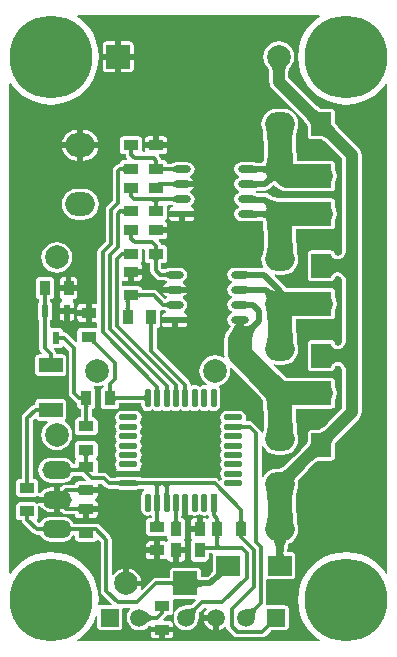
<source format=gbl>
G04 Layer_Physical_Order=2*
G04 Layer_Color=16711680*
%FSAX43Y43*%
%MOMM*%
G71*
G01*
G75*
%ADD10C,7.000*%
%ADD11C,2.000*%
%ADD12R,2.000X2.000*%
%ADD13R,1.500X1.500*%
%ADD14C,1.500*%
%ADD15O,2.500X2.000*%
%ADD16O,2.500X1.500*%
%ADD17R,0.900X1.300*%
%ADD18R,1.520X0.600*%
%ADD19O,1.520X0.600*%
%ADD20R,1.300X0.900*%
%ADD21O,1.600X0.500*%
%ADD22O,0.500X1.600*%
%ADD23R,0.500X1.600*%
%ADD24R,2.000X1.680*%
%ADD25R,1.680X2.000*%
%ADD26R,0.600X1.100*%
%ADD27R,2.000X1.250*%
%ADD28C,0.300*%
%ADD29C,1.000*%
%ADD30C,0.500*%
%ADD31C,2.000*%
G36*
X0027108Y0016106D02*
X0027047Y0016179D01*
X0026968Y0016220D01*
X0026871Y0016229D01*
X0026757Y0016206D01*
X0026624Y0016151D01*
X0026474Y0016064D01*
X0026305Y0015945D01*
X0026119Y0015794D01*
X0025706Y0015408D01*
X0025518Y0015218D01*
X0024638Y0014213D01*
X0024579Y0014106D01*
X0024532Y0013981D01*
X0024513Y0013871D01*
X0024523Y0013776D01*
X0024563Y0013695D01*
X0024631Y0013630D01*
X0022970Y0014791D01*
X0023059Y0014746D01*
X0023160Y0014727D01*
X0023273Y0014735D01*
X0023397Y0014768D01*
X0023428Y0014781D01*
X0023399Y0014810D01*
X0023469Y0014824D01*
X0023560Y0014865D01*
X0023673Y0014934D01*
X0023808Y0015031D01*
X0024143Y0015307D01*
X0024808Y0015928D01*
X0025073Y0016190D01*
X0025614Y0015649D01*
X0025356Y0016473D01*
X0025538Y0016662D01*
X0025827Y0017008D01*
X0025935Y0017165D01*
X0026019Y0017312D01*
X0026077Y0017448D01*
X0026112Y0017574D01*
X0026121Y0017689D01*
X0026106Y0017793D01*
X0026066Y0017888D01*
X0027108Y0016106D01*
D02*
G37*
G36*
X0007272Y0016250D02*
X0007246Y0016241D01*
X0007223Y0016226D01*
X0007204Y0016205D01*
X0007188Y0016178D01*
X0007174Y0016145D01*
X0007163Y0016106D01*
X0007156Y0016061D01*
X0007152Y0016010D01*
X0007151Y0016000D01*
X0007152Y0015989D01*
X0007156Y0015938D01*
X0007163Y0015892D01*
X0007174Y0015853D01*
X0007188Y0015819D01*
X0007204Y0015792D01*
X0007223Y0015771D01*
X0007246Y0015756D01*
X0007272Y0015747D01*
X0007300Y0015744D01*
X0006700D01*
X0006728Y0015747D01*
X0006754Y0015756D01*
X0006777Y0015771D01*
X0006796Y0015792D01*
X0006812Y0015819D01*
X0006826Y0015853D01*
X0006837Y0015892D01*
X0006844Y0015938D01*
X0006848Y0015989D01*
X0006849Y0016000D01*
X0006848Y0016010D01*
X0006844Y0016061D01*
X0006837Y0016106D01*
X0006826Y0016145D01*
X0006812Y0016178D01*
X0006796Y0016205D01*
X0006777Y0016226D01*
X0006754Y0016241D01*
X0006728Y0016250D01*
X0006700Y0016253D01*
X0007300D01*
X0007272Y0016250D01*
D02*
G37*
G36*
X0006353Y0014853D02*
X0006053Y0014850D01*
Y0015150D01*
X0006111Y0015151D01*
X0006162Y0015156D01*
X0006207Y0015163D01*
X0006247Y0015174D01*
X0006280Y0015188D01*
X0006307Y0015204D01*
X0006329Y0015224D01*
X0006344Y0015246D01*
X0006353Y0015271D01*
X0006356Y0015300D01*
X0006353Y0014853D01*
D02*
G37*
G36*
X0020123Y0018892D02*
X0020152Y0018878D01*
X0020184Y0018865D01*
X0020220Y0018855D01*
X0020258Y0018846D01*
X0020300Y0018838D01*
X0020392Y0018828D01*
X0020443Y0018826D01*
X0020497Y0018825D01*
Y0018525D01*
X0020443Y0018524D01*
X0020300Y0018512D01*
X0020258Y0018504D01*
X0020220Y0018495D01*
X0020184Y0018485D01*
X0020152Y0018472D01*
X0020123Y0018458D01*
X0020096Y0018442D01*
Y0018908D01*
X0020123Y0018892D01*
D02*
G37*
G36*
X0028444Y0018147D02*
X0028243Y0017939D01*
X0027929Y0017568D01*
X0027814Y0017405D01*
X0027729Y0017256D01*
X0027672Y0017122D01*
X0027644Y0017002D01*
X0027645Y0016898D01*
X0027675Y0016808D01*
X0027734Y0016732D01*
X0026272Y0018094D01*
X0026352Y0018040D01*
X0026446Y0018013D01*
X0026553Y0018015D01*
X0026674Y0018044D01*
X0026808Y0018101D01*
X0026957Y0018186D01*
X0027119Y0018299D01*
X0027294Y0018440D01*
X0027687Y0018804D01*
X0028444Y0018147D01*
D02*
G37*
G36*
X0024033Y0022356D02*
X0022224Y0021047D01*
X0024576D01*
X0024542Y0020965D01*
X0024512Y0020851D01*
X0024486Y0020704D01*
X0024444Y0020314D01*
X0024416Y0019794D01*
X0024414Y0019709D01*
X0024512Y0018199D01*
X0024542Y0018085D01*
X0024576Y0018003D01*
X0022224D01*
X0022258Y0018085D01*
X0022288Y0018199D01*
X0022314Y0018346D01*
X0022356Y0018736D01*
X0022384Y0019256D01*
X0022386Y0019341D01*
X0022288Y0020851D01*
X0022258Y0020965D01*
X0022224Y0021047D01*
X0022198Y0021100D01*
X0022145Y0021178D01*
X0022065Y0021279D01*
X0021664Y0021729D01*
X0020752Y0022664D01*
X0022416Y0023828D01*
X0024033Y0022356D01*
D02*
G37*
G36*
X0009929Y0013642D02*
X0009902Y0013658D01*
X0009873Y0013672D01*
X0009841Y0013685D01*
X0009805Y0013695D01*
X0009767Y0013704D01*
X0009725Y0013712D01*
X0009633Y0013722D01*
X0009582Y0013724D01*
X0009528Y0013725D01*
Y0014025D01*
X0009582Y0014026D01*
X0009725Y0014038D01*
X0009767Y0014046D01*
X0009805Y0014055D01*
X0009841Y0014065D01*
X0009873Y0014078D01*
X0009902Y0014092D01*
X0009929Y0014108D01*
Y0013642D01*
D02*
G37*
G36*
X0006356Y0013000D02*
X0006353Y0013028D01*
X0006344Y0013054D01*
X0006329Y0013076D01*
X0006308Y0013096D01*
X0006281Y0013113D01*
X0006247Y0013126D01*
X0006208Y0013137D01*
X0006162Y0013144D01*
X0006111Y0013149D01*
X0006053Y0013150D01*
Y0013450D01*
X0006111Y0013451D01*
X0006162Y0013456D01*
X0006208Y0013464D01*
X0006247Y0013474D01*
X0006281Y0013488D01*
X0006308Y0013504D01*
X0006329Y0013524D01*
X0006344Y0013546D01*
X0006353Y0013571D01*
X0006356Y0013600D01*
Y0013000D01*
D02*
G37*
G36*
X0013951Y0013243D02*
X0013963Y0013100D01*
X0013971Y0013058D01*
X0013980Y0013020D01*
X0013990Y0012984D01*
X0014003Y0012952D01*
X0014017Y0012923D01*
X0014033Y0012896D01*
X0013567D01*
X0013583Y0012923D01*
X0013597Y0012952D01*
X0013610Y0012984D01*
X0013620Y0013020D01*
X0013629Y0013058D01*
X0013637Y0013100D01*
X0013647Y0013192D01*
X0013649Y0013243D01*
X0013650Y0013297D01*
X0013950D01*
X0013951Y0013243D01*
D02*
G37*
G36*
X0005687Y0015270D02*
X0005698Y0015245D01*
X0005716Y0015223D01*
X0005740Y0015203D01*
X0005772Y0015187D01*
X0005810Y0015174D01*
X0005856Y0015163D01*
X0005909Y0015156D01*
X0005968Y0015151D01*
X0006035Y0015150D01*
Y0014850D01*
X0005968Y0014849D01*
X0005856Y0014837D01*
X0005810Y0014826D01*
X0005772Y0014813D01*
X0005740Y0014797D01*
X0005716Y0014777D01*
X0005698Y0014755D01*
X0005687Y0014730D01*
X0005684Y0014701D01*
Y0015299D01*
X0005687Y0015270D01*
D02*
G37*
G36*
X0014250Y0013725D02*
X0014193Y0013722D01*
X0014142Y0013713D01*
X0014097Y0013698D01*
X0014058Y0013677D01*
X0014025Y0013650D01*
X0013998Y0013617D01*
X0013977Y0013578D01*
X0013962Y0013533D01*
X0013953Y0013482D01*
X0013950Y0013425D01*
X0013650D01*
X0013647Y0013482D01*
X0013638Y0013533D01*
X0013623Y0013578D01*
X0013602Y0013617D01*
X0013575Y0013650D01*
X0013542Y0013677D01*
X0013503Y0013698D01*
X0013458Y0013713D01*
X0013407Y0013722D01*
X0013400Y0013722D01*
X0013393Y0013722D01*
X0013342Y0013713D01*
X0013297Y0013698D01*
X0013258Y0013677D01*
X0013225Y0013650D01*
X0013198Y0013617D01*
X0013177Y0013578D01*
X0013162Y0013533D01*
X0013153Y0013482D01*
X0013150Y0013425D01*
X0013150D01*
Y0013425D01*
X0012850D01*
X0012847Y0013482D01*
X0012838Y0013533D01*
X0012823Y0013578D01*
X0012802Y0013617D01*
X0012775Y0013650D01*
X0012742Y0013677D01*
X0012703Y0013698D01*
X0012658Y0013713D01*
X0012607Y0013722D01*
X0012550Y0013725D01*
X0012550Y0013725D01*
X0012550D01*
X0013000Y0014025D01*
X0013400Y0013758D01*
X0013800Y0014025D01*
X0014250Y0013725D01*
D02*
G37*
G36*
X0011248Y0014092D02*
X0011277Y0014078D01*
X0011309Y0014065D01*
X0011345Y0014055D01*
X0011383Y0014046D01*
X0011425Y0014038D01*
X0011517Y0014028D01*
X0011568Y0014026D01*
X0011622Y0014025D01*
Y0013725D01*
X0011568Y0013724D01*
X0011425Y0013712D01*
X0011383Y0013704D01*
X0011345Y0013695D01*
X0011309Y0013685D01*
X0011277Y0013672D01*
X0011248Y0013658D01*
X0011221Y0013642D01*
Y0014108D01*
X0011248Y0014092D01*
D02*
G37*
G36*
X0021777Y0027423D02*
X0021644Y0027283D01*
X0021524Y0027140D01*
X0021415Y0026994D01*
X0021319Y0026846D01*
X0021234Y0026694D01*
X0021162Y0026540D01*
X0021102Y0026383D01*
X0021054Y0026223D01*
X0021018Y0026060D01*
X0020994Y0025894D01*
X0020288Y0026600D01*
X0019200D01*
X0019305Y0026743D01*
X0019552Y0027133D01*
X0019613Y0027249D01*
X0019661Y0027356D01*
X0019660Y0027357D01*
X0019628Y0027393D01*
X0019590Y0027418D01*
X0019548Y0027434D01*
X0019500Y0027439D01*
X0019692D01*
X0019701Y0027461D01*
X0019728Y0027558D01*
X0019744Y0027647D01*
X0019750Y0027730D01*
X0020250D01*
X0020255Y0027647D01*
X0020272Y0027558D01*
X0020299Y0027461D01*
X0020308Y0027439D01*
X0020500D01*
X0020452Y0027434D01*
X0020410Y0027418D01*
X0020372Y0027393D01*
X0020340Y0027357D01*
X0020339Y0027356D01*
X0020387Y0027249D01*
X0020448Y0027133D01*
X0020451Y0027128D01*
X0020540Y0027162D01*
X0020694Y0027234D01*
X0020846Y0027319D01*
X0020994Y0027415D01*
X0021140Y0027524D01*
X0021283Y0027644D01*
X0021423Y0027777D01*
X0021777Y0027423D01*
D02*
G37*
G36*
X0030000Y0024700D02*
X0029000Y0023200D01*
Y0023200D01*
X0029000Y0023200D01*
X0028991Y0023380D01*
X0028990Y0023390D01*
X0028960Y0023560D01*
X0028910Y0023710D01*
X0028840Y0023840D01*
X0028799Y0023889D01*
X0028750Y0023950D01*
X0028640Y0024040D01*
X0028510Y0024110D01*
X0028360Y0024160D01*
X0028309Y0024169D01*
X0028227Y0024155D01*
X0028097Y0024121D01*
X0027987Y0024076D01*
X0027897Y0024021D01*
X0027827Y0023957D01*
X0027777Y0023882D01*
X0027747Y0023798D01*
X0027737Y0023703D01*
Y0025697D01*
X0027747Y0025602D01*
X0027777Y0025518D01*
X0027827Y0025443D01*
X0027897Y0025379D01*
X0027987Y0025324D01*
X0028097Y0025279D01*
X0028227Y0025245D01*
X0028309Y0025231D01*
X0028360Y0025240D01*
X0028510Y0025290D01*
X0028640Y0025360D01*
X0028750Y0025450D01*
X0028840Y0025560D01*
X0028910Y0025690D01*
X0028960Y0025840D01*
X0028990Y0026010D01*
X0029000Y0026200D01*
X0029000Y0026200D01*
Y0026200D01*
X0030000Y0024700D01*
D02*
G37*
G36*
X0007821Y0026063D02*
X0007805Y0026043D01*
X0007800Y0026016D01*
X0007806Y0025983D01*
X0007822Y0025943D01*
X0007848Y0025898D01*
X0007885Y0025846D01*
X0007933Y0025788D01*
X0008059Y0025653D01*
X0007647Y0025641D01*
X0007594Y0025692D01*
X0007496Y0025773D01*
X0007450Y0025804D01*
X0007407Y0025828D01*
X0007365Y0025846D01*
X0007326Y0025858D01*
X0007289Y0025863D01*
X0007255Y0025861D01*
X0007222Y0025853D01*
X0007847Y0026078D01*
X0007821Y0026063D01*
D02*
G37*
G36*
X0013867Y0028762D02*
X0013864Y0028779D01*
X0013853Y0028794D01*
X0013834Y0028807D01*
X0013809Y0028818D01*
X0013776Y0028828D01*
X0013735Y0028836D01*
X0013687Y0028842D01*
X0013570Y0028849D01*
X0013500Y0028850D01*
Y0029150D01*
X0013570Y0029151D01*
X0013735Y0029164D01*
X0013776Y0029172D01*
X0013809Y0029182D01*
X0013834Y0029193D01*
X0013853Y0029206D01*
X0013864Y0029221D01*
X0013867Y0029238D01*
Y0028762D01*
D02*
G37*
G36*
X0020617Y0029258D02*
X0020633Y0029256D01*
X0020694Y0029253D01*
X0021100Y0029250D01*
Y0028750D01*
X0020610Y0028741D01*
Y0029259D01*
X0020617Y0029258D01*
D02*
G37*
G36*
X0010651Y0028889D02*
X0010656Y0028838D01*
X0010663Y0028792D01*
X0010674Y0028753D01*
X0010688Y0028719D01*
X0010704Y0028692D01*
X0010724Y0028671D01*
X0010746Y0028656D01*
X0010771Y0028647D01*
X0010800Y0028644D01*
X0010200D01*
X0010229Y0028647D01*
X0010254Y0028656D01*
X0010276Y0028671D01*
X0010296Y0028692D01*
X0010312Y0028719D01*
X0010326Y0028753D01*
X0010337Y0028792D01*
X0010344Y0028838D01*
X0010349Y0028889D01*
X0010350Y0028947D01*
X0010650D01*
X0010651Y0028889D01*
D02*
G37*
G36*
X0009447Y0021372D02*
X0009456Y0021346D01*
X0009471Y0021323D01*
X0009492Y0021304D01*
X0009519Y0021288D01*
X0009553Y0021274D01*
X0009592Y0021264D01*
X0009638Y0021256D01*
X0009689Y0021251D01*
X0009747Y0021250D01*
Y0020950D01*
X0009689Y0020948D01*
X0009638Y0020944D01*
X0009592Y0020937D01*
X0009553Y0020926D01*
X0009519Y0020913D01*
X0009492Y0020896D01*
X0009471Y0020876D01*
X0009456Y0020854D01*
X0009447Y0020829D01*
X0009444Y0020800D01*
Y0021400D01*
X0009447Y0021372D01*
D02*
G37*
G36*
X0007272Y0020450D02*
X0007246Y0020441D01*
X0007223Y0020426D01*
X0007204Y0020405D01*
X0007188Y0020378D01*
X0007174Y0020345D01*
X0007163Y0020306D01*
X0007156Y0020261D01*
X0007152Y0020210D01*
X0007150Y0020153D01*
X0006850D01*
X0006848Y0020210D01*
X0006844Y0020261D01*
X0006837Y0020306D01*
X0006826Y0020345D01*
X0006812Y0020378D01*
X0006796Y0020405D01*
X0006777Y0020426D01*
X0006754Y0020441D01*
X0006728Y0020450D01*
X0006700Y0020453D01*
X0007300D01*
X0007272Y0020450D01*
D02*
G37*
G36*
X0007152Y0019389D02*
X0007156Y0019338D01*
X0007163Y0019292D01*
X0007174Y0019253D01*
X0007188Y0019219D01*
X0007204Y0019192D01*
X0007223Y0019171D01*
X0007246Y0019156D01*
X0007272Y0019147D01*
X0007300Y0019144D01*
X0006700D01*
X0006728Y0019147D01*
X0006754Y0019156D01*
X0006777Y0019171D01*
X0006796Y0019192D01*
X0006812Y0019219D01*
X0006826Y0019253D01*
X0006837Y0019292D01*
X0006844Y0019338D01*
X0006848Y0019389D01*
X0006850Y0019447D01*
X0007150D01*
X0007152Y0019389D01*
D02*
G37*
G36*
X0024542Y0028585D02*
X0024512Y0028471D01*
X0024486Y0028324D01*
X0024444Y0027934D01*
X0024416Y0027414D01*
X0024414Y0027329D01*
X0024512Y0025819D01*
X0024542Y0025705D01*
X0024576Y0025623D01*
X0022224D01*
X0022258Y0025705D01*
X0022288Y0025819D01*
X0022314Y0025966D01*
X0022356Y0026356D01*
X0022384Y0026876D01*
X0022386Y0026961D01*
X0022288Y0028471D01*
X0022258Y0028585D01*
X0022224Y0028667D01*
X0024576D01*
X0024542Y0028585D01*
D02*
G37*
G36*
X0009151Y0021989D02*
X0009156Y0021938D01*
X0009163Y0021892D01*
X0009174Y0021853D01*
X0009188Y0021819D01*
X0009204Y0021792D01*
X0009224Y0021771D01*
X0009246Y0021756D01*
X0009271Y0021747D01*
X0009300Y0021744D01*
X0008700D01*
X0008729Y0021747D01*
X0008754Y0021756D01*
X0008776Y0021771D01*
X0008796Y0021792D01*
X0008812Y0021819D01*
X0008826Y0021853D01*
X0008837Y0021892D01*
X0008844Y0021938D01*
X0008849Y0021989D01*
X0008850Y0022047D01*
X0009150D01*
X0009151Y0021989D01*
D02*
G37*
G36*
X0011951Y0020800D02*
X0011948Y0020829D01*
X0011939Y0020854D01*
X0011924Y0020876D01*
X0011903Y0020896D01*
X0011875Y0020913D01*
X0011842Y0020926D01*
X0011803Y0020937D01*
X0011757Y0020944D01*
X0011706Y0020948D01*
X0011648Y0020950D01*
Y0021250D01*
X0011706Y0021251D01*
X0011757Y0021256D01*
X0011803Y0021264D01*
X0011842Y0021274D01*
X0011875Y0021288D01*
X0011903Y0021304D01*
X0011924Y0021323D01*
X0011939Y0021346D01*
X0011948Y0021372D01*
X0011951Y0021400D01*
Y0020800D01*
D02*
G37*
G36*
X0018870Y0006063D02*
X0018824Y0006084D01*
X0018773Y0006093D01*
X0018716Y0006089D01*
X0018653Y0006072D01*
X0018585Y0006043D01*
X0018512Y0006002D01*
X0018433Y0005948D01*
X0018348Y0005881D01*
X0018259Y0005802D01*
X0018163Y0005710D01*
X0017650Y0005903D01*
X0017756Y0006013D01*
X0017921Y0006206D01*
X0017980Y0006290D01*
X0018023Y0006365D01*
X0018051Y0006432D01*
X0018063Y0006489D01*
X0018059Y0006538D01*
X0018039Y0006579D01*
X0018003Y0006610D01*
X0018870Y0006063D01*
D02*
G37*
G36*
X0015223Y0005223D02*
X0015213Y0005228D01*
X0015194Y0005233D01*
X0015165Y0005237D01*
X0015079Y0005243D01*
X0014700Y0005250D01*
Y0005550D01*
X0015223Y0005577D01*
Y0005223D01*
D02*
G37*
G36*
X0014406Y0005100D02*
X0014403Y0005128D01*
X0014394Y0005154D01*
X0014379Y0005176D01*
X0014358Y0005196D01*
X0014331Y0005213D01*
X0014297Y0005226D01*
X0014258Y0005236D01*
X0014212Y0005244D01*
X0014161Y0005248D01*
X0014103Y0005250D01*
Y0005550D01*
X0014161Y0005551D01*
X0014212Y0005556D01*
X0014258Y0005563D01*
X0014297Y0005574D01*
X0014331Y0005588D01*
X0014358Y0005604D01*
X0014379Y0005623D01*
X0014394Y0005646D01*
X0014403Y0005672D01*
X0014406Y0005700D01*
Y0005100D01*
D02*
G37*
G36*
X0017047Y0008672D02*
X0017056Y0008646D01*
X0017071Y0008623D01*
X0017092Y0008604D01*
X0017119Y0008587D01*
X0017153Y0008574D01*
X0017192Y0008564D01*
X0017238Y0008556D01*
X0017289Y0008552D01*
X0017347Y0008550D01*
Y0008250D01*
X0017289Y0008248D01*
X0017238Y0008244D01*
X0017192Y0008236D01*
X0017153Y0008226D01*
X0017119Y0008212D01*
X0017092Y0008196D01*
X0017071Y0008177D01*
X0017056Y0008154D01*
X0017047Y0008128D01*
X0017044Y0008100D01*
Y0008700D01*
X0017047Y0008672D01*
D02*
G37*
G36*
X0024021Y0009188D02*
X0023943Y0009056D01*
X0023874Y0008897D01*
X0023815Y0008712D01*
X0023764Y0008499D01*
X0023723Y0008259D01*
X0023690Y0007916D01*
X0023690Y0007915D01*
X0023712Y0007859D01*
X0023740Y0007814D01*
X0023772Y0007779D01*
X0023810Y0007754D01*
X0023853Y0007739D01*
X0023900Y0007734D01*
X0023672D01*
X0023668Y0007699D01*
X0023655Y0007379D01*
X0023650Y0007032D01*
X0023150D01*
X0023145Y0007379D01*
X0023118Y0007734D01*
X0022900D01*
X0022948Y0007739D01*
X0022990Y0007754D01*
X0023028Y0007779D01*
X0023060Y0007814D01*
X0023087Y0007859D01*
X0023105Y0007902D01*
X0023077Y0008259D01*
X0023036Y0008499D01*
X0022985Y0008712D01*
X0022926Y0008897D01*
X0022857Y0009056D01*
X0022779Y0009188D01*
X0022692Y0009293D01*
X0024108D01*
X0024021Y0009188D01*
D02*
G37*
G36*
X0026761Y0053378D02*
X0026612Y0053287D01*
X0026127Y0052873D01*
X0025713Y0052388D01*
X0025380Y0051844D01*
X0025136Y0051255D01*
X0024987Y0050636D01*
X0024937Y0050000D01*
X0024987Y0049364D01*
X0025136Y0048745D01*
X0025380Y0048156D01*
X0025713Y0047612D01*
X0026127Y0047127D01*
X0026612Y0046713D01*
X0027156Y0046380D01*
X0027745Y0046136D01*
X0028364Y0045987D01*
X0029000Y0045937D01*
X0029636Y0045987D01*
X0030255Y0046136D01*
X0030844Y0046380D01*
X0031388Y0046713D01*
X0031873Y0047127D01*
X0032287Y0047612D01*
X0032378Y0047761D01*
X0032500Y0047726D01*
Y0006274D01*
X0032378Y0006239D01*
X0032287Y0006388D01*
X0031873Y0006873D01*
X0031388Y0007287D01*
X0030844Y0007620D01*
X0030255Y0007864D01*
X0029636Y0008013D01*
X0029000Y0008063D01*
X0028364Y0008013D01*
X0027745Y0007864D01*
X0027156Y0007620D01*
X0026612Y0007287D01*
X0026127Y0006873D01*
X0025713Y0006388D01*
X0025380Y0005844D01*
X0025136Y0005255D01*
X0024987Y0004636D01*
X0024937Y0004000D01*
X0024987Y0003364D01*
X0025136Y0002745D01*
X0025380Y0002156D01*
X0025713Y0001612D01*
X0026127Y0001127D01*
X0026612Y0000713D01*
X0026761Y0000622D01*
X0026726Y0000500D01*
X0006274D01*
X0006239Y0000622D01*
X0006388Y0000713D01*
X0006873Y0001127D01*
X0007287Y0001612D01*
X0007620Y0002156D01*
X0007817Y0002632D01*
X0007944Y0002607D01*
Y0001750D01*
X0007967Y0001633D01*
X0008034Y0001534D01*
X0008133Y0001467D01*
X0008250Y0001444D01*
X0009750D01*
X0009867Y0001467D01*
X0009966Y0001534D01*
X0010033Y0001633D01*
X0010056Y0001750D01*
Y0003250D01*
X0010131Y0003341D01*
X0010676D01*
X0010725Y0003214D01*
X0010583Y0003030D01*
X0010477Y0002774D01*
X0010441Y0002500D01*
X0010477Y0002226D01*
X0010583Y0001970D01*
X0010751Y0001751D01*
X0010970Y0001583D01*
X0011226Y0001477D01*
X0011500Y0001441D01*
X0011774Y0001477D01*
X0012030Y0001583D01*
X0012249Y0001751D01*
X0012261Y0001767D01*
X0012317Y0001820D01*
X0012444Y0001765D01*
Y0001750D01*
X0013400D01*
X0014356D01*
Y0001950D01*
X0014333Y0002067D01*
X0014266Y0002166D01*
X0014167Y0002233D01*
X0014050Y0002256D01*
X0013571D01*
X0013522Y0002373D01*
X0013724Y0002576D01*
X0013824Y0002724D01*
X0013828Y0002744D01*
X0014050D01*
X0014167Y0002767D01*
X0014266Y0002834D01*
X0014333Y0002933D01*
X0014356Y0003050D01*
Y0003950D01*
X0014351Y0003974D01*
X0014363Y0004003D01*
X0014456Y0004094D01*
X0016226D01*
X0016278Y0003967D01*
X0015956Y0003645D01*
X0015941Y0003635D01*
X0015914Y0003620D01*
X0015877Y0003606D01*
X0015832Y0003591D01*
X0015777Y0003579D01*
X0015717Y0003569D01*
X0015556Y0003557D01*
X0015483Y0003556D01*
X0015460Y0003559D01*
X0015186Y0003523D01*
X0014930Y0003417D01*
X0014711Y0003249D01*
X0014543Y0003030D01*
X0014437Y0002774D01*
X0014401Y0002500D01*
X0014437Y0002226D01*
X0014543Y0001970D01*
X0014711Y0001751D01*
X0014930Y0001583D01*
X0015186Y0001477D01*
X0015460Y0001441D01*
X0015734Y0001477D01*
X0015990Y0001583D01*
X0016209Y0001751D01*
X0016377Y0001970D01*
X0016483Y0002226D01*
X0016519Y0002500D01*
X0016516Y0002520D01*
X0016521Y0002684D01*
X0016529Y0002753D01*
X0016539Y0002817D01*
X0016551Y0002872D01*
X0016566Y0002917D01*
X0016580Y0002954D01*
X0016595Y0002981D01*
X0016605Y0002996D01*
X0016950Y0003341D01*
X0017176D01*
X0017225Y0003214D01*
X0017083Y0003030D01*
X0016977Y0002774D01*
X0016974Y0002750D01*
X0018000D01*
Y0002500D01*
X0018250D01*
Y0001474D01*
X0018274Y0001477D01*
X0018530Y0001583D01*
X0018725Y0001733D01*
X0018815Y0001716D01*
X0018863Y0001691D01*
X0018876Y0001624D01*
X0018976Y0001476D01*
X0019476Y0000976D01*
X0019624Y0000876D01*
X0019800Y0000841D01*
X0021880D01*
X0022056Y0000876D01*
X0022204Y0000976D01*
X0022604Y0001375D01*
X0022652Y0001420D01*
X0022683Y0001444D01*
X0023830D01*
X0023947Y0001467D01*
X0024046Y0001534D01*
X0024113Y0001633D01*
X0024136Y0001750D01*
Y0003250D01*
X0024113Y0003367D01*
X0024046Y0003466D01*
X0023947Y0003533D01*
X0023830Y0003556D01*
X0022346D01*
X0022314Y0003576D01*
X0022240Y0003668D01*
X0022259Y0003760D01*
Y0005653D01*
X0022386Y0005757D01*
X0022400Y0005754D01*
X0024400D01*
X0024517Y0005777D01*
X0024616Y0005844D01*
X0024683Y0005943D01*
X0024706Y0006060D01*
Y0007740D01*
X0024683Y0007857D01*
X0024616Y0007956D01*
X0024517Y0008023D01*
X0024400Y0008046D01*
X0024104D01*
X0024019Y0008140D01*
X0024027Y0008218D01*
X0024064Y0008438D01*
X0024110Y0008630D01*
X0024161Y0008790D01*
X0024169Y0008808D01*
X0024306Y0008864D01*
X0024577Y0009073D01*
X0024786Y0009344D01*
X0024917Y0009661D01*
X0024961Y0010000D01*
X0024917Y0010339D01*
X0024866Y0010461D01*
X0024859Y0010499D01*
X0024833Y0010562D01*
X0024816Y0010628D01*
X0024721Y0012096D01*
X0024722Y0012164D01*
X0024749Y0012669D01*
X0024789Y0013040D01*
X0024811Y0013165D01*
X0024833Y0013248D01*
X0024859Y0013311D01*
X0024866Y0013349D01*
X0024917Y0013471D01*
X0024928Y0013561D01*
X0024930Y0013564D01*
X0024930Y0013572D01*
X0024961Y0013810D01*
X0024926Y0014078D01*
X0025742Y0015009D01*
X0025868Y0015136D01*
X0025928Y0015197D01*
X0026320Y0015563D01*
X0026490Y0015701D01*
X0026622Y0015794D01*
X0027740D01*
X0027857Y0015817D01*
X0027956Y0015884D01*
X0028023Y0015983D01*
X0028046Y0016100D01*
Y0017194D01*
X0028073Y0017241D01*
X0028171Y0017381D01*
X0028470Y0017734D01*
X0028621Y0017890D01*
X0030071Y0019339D01*
X0030199Y0019507D01*
X0030279Y0019701D01*
X0030307Y0019910D01*
Y0024700D01*
Y0032300D01*
Y0041700D01*
X0030279Y0041909D01*
X0030199Y0042103D01*
X0030071Y0042271D01*
X0028623Y0043718D01*
X0028477Y0043869D01*
X0028323Y0044044D01*
X0028196Y0044202D01*
X0028099Y0044343D01*
X0028046Y0044436D01*
Y0045300D01*
X0028023Y0045417D01*
X0027956Y0045516D01*
X0027857Y0045583D01*
X0027740Y0045606D01*
X0026847D01*
X0026823Y0045619D01*
X0026681Y0045719D01*
X0026321Y0046025D01*
X0026162Y0046180D01*
X0024107Y0048234D01*
Y0048555D01*
X0024113Y0048720D01*
X0024121Y0048794D01*
X0024132Y0048862D01*
X0024146Y0048921D01*
X0024161Y0048969D01*
X0024176Y0049007D01*
X0024191Y0049036D01*
X0024204Y0049055D01*
X0024204Y0049055D01*
X0024227Y0049073D01*
X0024436Y0049344D01*
X0024567Y0049661D01*
X0024611Y0050000D01*
X0024567Y0050339D01*
X0024436Y0050656D01*
X0024227Y0050927D01*
X0023956Y0051136D01*
X0023639Y0051267D01*
X0023300Y0051311D01*
X0022961Y0051267D01*
X0022644Y0051136D01*
X0022373Y0050927D01*
X0022164Y0050656D01*
X0022033Y0050339D01*
X0021989Y0050000D01*
X0022033Y0049661D01*
X0022164Y0049344D01*
X0022373Y0049073D01*
X0022396Y0049055D01*
X0022396Y0049055D01*
X0022409Y0049035D01*
X0022424Y0049007D01*
X0022439Y0048969D01*
X0022454Y0048921D01*
X0022468Y0048862D01*
X0022478Y0048798D01*
X0022492Y0048626D01*
X0022493Y0048586D01*
Y0047900D01*
X0022521Y0047691D01*
X0022601Y0047497D01*
X0022729Y0047329D01*
X0025177Y0044882D01*
X0025323Y0044731D01*
X0025477Y0044556D01*
X0025604Y0044398D01*
X0025701Y0044257D01*
X0025754Y0044164D01*
Y0043300D01*
X0025777Y0043183D01*
X0025844Y0043084D01*
X0025943Y0043017D01*
X0026060Y0042994D01*
X0026953D01*
X0026977Y0042981D01*
X0027119Y0042881D01*
X0027479Y0042575D01*
X0027639Y0042420D01*
X0028693Y0041366D01*
Y0033789D01*
X0028686Y0033645D01*
X0028663Y0033515D01*
X0028628Y0033412D01*
X0028585Y0033331D01*
X0028533Y0033267D01*
X0028469Y0033215D01*
X0028388Y0033172D01*
X0028300Y0033143D01*
X0028291Y0033144D01*
X0028194Y0033170D01*
X0028125Y0033198D01*
X0028082Y0033224D01*
X0028061Y0033244D01*
X0028052Y0033256D01*
X0028047Y0033271D01*
X0028046Y0033282D01*
Y0033300D01*
X0028042Y0033321D01*
X0028041Y0033329D01*
X0028039Y0033336D01*
X0028023Y0033417D01*
X0028005Y0033443D01*
X0028005Y0033443D01*
X0028005Y0033443D01*
X0027956Y0033516D01*
X0027929Y0033534D01*
X0027929Y0033535D01*
X0027929Y0033535D01*
X0027857Y0033583D01*
X0027826Y0033589D01*
X0027823Y0033590D01*
X0027816Y0033591D01*
X0027740Y0033606D01*
X0026060D01*
X0025943Y0033583D01*
X0025844Y0033516D01*
X0025777Y0033417D01*
X0025754Y0033300D01*
Y0031300D01*
X0025777Y0031183D01*
X0025844Y0031084D01*
X0025943Y0031017D01*
X0026060Y0030994D01*
X0027740D01*
X0027816Y0031009D01*
X0027823Y0031010D01*
X0027826Y0031011D01*
X0027857Y0031017D01*
X0027929Y0031065D01*
X0027929Y0031065D01*
X0027929Y0031066D01*
X0027956Y0031084D01*
X0028005Y0031157D01*
X0028005Y0031157D01*
X0028005Y0031157D01*
X0028023Y0031183D01*
X0028039Y0031264D01*
X0028041Y0031271D01*
X0028042Y0031279D01*
X0028046Y0031300D01*
Y0031318D01*
X0028047Y0031329D01*
X0028052Y0031344D01*
X0028061Y0031356D01*
X0028082Y0031376D01*
X0028125Y0031402D01*
X0028194Y0031430D01*
X0028291Y0031456D01*
X0028300Y0031457D01*
X0028388Y0031428D01*
X0028469Y0031385D01*
X0028533Y0031333D01*
X0028585Y0031269D01*
X0028628Y0031188D01*
X0028663Y0031085D01*
X0028686Y0030955D01*
X0028693Y0030811D01*
Y0026189D01*
X0028686Y0026045D01*
X0028663Y0025915D01*
X0028628Y0025812D01*
X0028585Y0025731D01*
X0028533Y0025667D01*
X0028469Y0025615D01*
X0028388Y0025572D01*
X0028300Y0025543D01*
X0028291Y0025544D01*
X0028194Y0025570D01*
X0028125Y0025598D01*
X0028082Y0025624D01*
X0028061Y0025644D01*
X0028052Y0025656D01*
X0028047Y0025671D01*
X0028046Y0025682D01*
Y0025700D01*
X0028042Y0025721D01*
X0028041Y0025729D01*
X0028039Y0025736D01*
X0028023Y0025817D01*
X0028005Y0025843D01*
X0028005Y0025843D01*
X0028005Y0025843D01*
X0027956Y0025916D01*
X0027929Y0025934D01*
X0027929Y0025935D01*
X0027929Y0025935D01*
X0027857Y0025983D01*
X0027826Y0025989D01*
X0027823Y0025990D01*
X0027816Y0025991D01*
X0027740Y0026006D01*
X0026060D01*
X0025943Y0025983D01*
X0025844Y0025916D01*
X0025777Y0025817D01*
X0025754Y0025700D01*
Y0023700D01*
X0025777Y0023583D01*
X0025844Y0023484D01*
X0025943Y0023417D01*
X0026060Y0023394D01*
X0027740D01*
X0027816Y0023409D01*
X0027823Y0023410D01*
X0027826Y0023411D01*
X0027857Y0023417D01*
X0027929Y0023465D01*
X0027929Y0023465D01*
X0027929Y0023466D01*
X0027956Y0023484D01*
X0028005Y0023557D01*
X0028005Y0023557D01*
X0028005Y0023557D01*
X0028023Y0023583D01*
X0028039Y0023664D01*
X0028041Y0023671D01*
X0028042Y0023679D01*
X0028046Y0023700D01*
Y0023718D01*
X0028047Y0023729D01*
X0028052Y0023744D01*
X0028061Y0023756D01*
X0028082Y0023776D01*
X0028125Y0023802D01*
X0028194Y0023830D01*
X0028291Y0023856D01*
X0028300Y0023857D01*
X0028388Y0023828D01*
X0028469Y0023785D01*
X0028533Y0023733D01*
X0028585Y0023669D01*
X0028628Y0023588D01*
X0028663Y0023485D01*
X0028686Y0023355D01*
X0028693Y0023211D01*
Y0020244D01*
X0027454Y0019005D01*
X0027094Y0018671D01*
X0026935Y0018544D01*
X0026793Y0018445D01*
X0026724Y0018406D01*
X0026060D01*
X0025943Y0018383D01*
X0025844Y0018316D01*
X0025777Y0018217D01*
X0025754Y0018100D01*
Y0017471D01*
X0025744Y0017448D01*
X0025676Y0017327D01*
X0025584Y0017193D01*
X0025310Y0016866D01*
X0025175Y0016726D01*
X0024726Y0016277D01*
X0024596Y0016149D01*
X0023941Y0015537D01*
X0023622Y0015273D01*
X0023504Y0015189D01*
X0023417Y0015136D01*
X0023384Y0015121D01*
X0023150D01*
X0022928Y0015092D01*
X0022917Y0015092D01*
X0022910Y0015090D01*
X0022811Y0015077D01*
X0022494Y0014946D01*
X0022223Y0014737D01*
X0022014Y0014466D01*
X0021986Y0014396D01*
X0021859Y0014422D01*
Y0017008D01*
X0021986Y0017034D01*
X0022014Y0016964D01*
X0022223Y0016693D01*
X0022494Y0016484D01*
X0022811Y0016353D01*
X0023150Y0016309D01*
X0023650D01*
X0023989Y0016353D01*
X0024306Y0016484D01*
X0024577Y0016693D01*
X0024786Y0016964D01*
X0024917Y0017281D01*
X0024961Y0017620D01*
X0024917Y0017959D01*
X0024866Y0018081D01*
X0024859Y0018119D01*
X0024833Y0018182D01*
X0024816Y0018248D01*
X0024721Y0019716D01*
X0024722Y0019784D01*
X0024743Y0020189D01*
X0026900D01*
X0026941Y0020194D01*
X0027740D01*
X0027857Y0020217D01*
X0027956Y0020284D01*
X0028023Y0020383D01*
X0028046Y0020500D01*
Y0020869D01*
X0028167Y0021161D01*
X0028211Y0021500D01*
X0028167Y0021839D01*
X0028046Y0022131D01*
Y0022500D01*
X0028023Y0022617D01*
X0027956Y0022716D01*
X0027857Y0022783D01*
X0027740Y0022806D01*
X0026941D01*
X0026900Y0022811D01*
X0023987D01*
X0022858Y0023839D01*
X0022914Y0023960D01*
X0023150Y0023929D01*
X0023650D01*
X0023989Y0023973D01*
X0024306Y0024104D01*
X0024577Y0024313D01*
X0024786Y0024584D01*
X0024917Y0024901D01*
X0024961Y0025240D01*
X0024917Y0025579D01*
X0024866Y0025701D01*
X0024859Y0025739D01*
X0024833Y0025802D01*
X0024816Y0025868D01*
X0024721Y0027336D01*
X0024722Y0027404D01*
X0024742Y0027789D01*
X0026900D01*
X0026941Y0027794D01*
X0027740D01*
X0027857Y0027817D01*
X0027956Y0027884D01*
X0028023Y0027983D01*
X0028046Y0028100D01*
Y0028469D01*
X0028167Y0028761D01*
X0028211Y0029100D01*
X0028167Y0029439D01*
X0028046Y0029731D01*
Y0030100D01*
X0028023Y0030217D01*
X0027956Y0030316D01*
X0027857Y0030383D01*
X0027740Y0030406D01*
X0026941D01*
X0026900Y0030411D01*
X0023922D01*
X0023918Y0030415D01*
X0023797Y0030597D01*
X0022945Y0031448D01*
X0023005Y0031568D01*
X0023150Y0031549D01*
X0023650D01*
X0023989Y0031593D01*
X0024306Y0031724D01*
X0024577Y0031933D01*
X0024786Y0032204D01*
X0024917Y0032521D01*
X0024961Y0032860D01*
X0024917Y0033199D01*
X0024866Y0033321D01*
X0024859Y0033359D01*
X0024833Y0033422D01*
X0024816Y0033488D01*
X0024721Y0034956D01*
X0024722Y0035024D01*
X0024741Y0035389D01*
X0026900D01*
X0026941Y0035394D01*
X0027740D01*
X0027857Y0035417D01*
X0027956Y0035484D01*
X0028023Y0035583D01*
X0028046Y0035700D01*
Y0036069D01*
X0028167Y0036361D01*
X0028211Y0036700D01*
X0028167Y0037039D01*
X0028046Y0037331D01*
Y0037700D01*
X0028023Y0037817D01*
X0027956Y0037916D01*
X0027857Y0037983D01*
X0027740Y0038006D01*
X0026941D01*
X0026900Y0038011D01*
X0023430D01*
X0023353Y0038001D01*
X0023268Y0038017D01*
X0022998Y0038083D01*
X0022890Y0038117D01*
X0022795Y0038154D01*
X0022714Y0038191D01*
X0022649Y0038228D01*
X0022605Y0038258D01*
X0022567Y0038297D01*
X0022385Y0038418D01*
X0022170Y0038461D01*
X0021488D01*
X0021402Y0038466D01*
X0021366Y0038501D01*
X0021414Y0038631D01*
X0021557Y0038639D01*
X0022120D01*
X0022335Y0038682D01*
X0022517Y0038803D01*
X0022780Y0039067D01*
X0022820Y0039102D01*
X0022879Y0039147D01*
X0023053Y0038973D01*
X0023053Y0038973D01*
X0023324Y0038764D01*
X0023641Y0038633D01*
X0023980Y0038589D01*
X0026900D01*
X0026941Y0038594D01*
X0027740D01*
X0027857Y0038617D01*
X0027956Y0038684D01*
X0028023Y0038783D01*
X0028046Y0038900D01*
Y0039269D01*
X0028167Y0039561D01*
X0028211Y0039900D01*
X0028167Y0040239D01*
X0028046Y0040531D01*
Y0040900D01*
X0028023Y0041017D01*
X0027956Y0041116D01*
X0027857Y0041183D01*
X0027740Y0041206D01*
X0026941D01*
X0026900Y0041211D01*
X0024809D01*
X0024721Y0042576D01*
X0024722Y0042644D01*
X0024749Y0043149D01*
X0024789Y0043521D01*
X0024811Y0043645D01*
X0024833Y0043728D01*
X0024859Y0043791D01*
X0024866Y0043829D01*
X0024917Y0043951D01*
X0024961Y0044290D01*
X0024917Y0044629D01*
X0024786Y0044946D01*
X0024577Y0045217D01*
X0024306Y0045426D01*
X0023989Y0045557D01*
X0023650Y0045601D01*
X0023486D01*
X0023410Y0045611D01*
X0023334Y0045601D01*
X0023150D01*
X0022811Y0045557D01*
X0022494Y0045426D01*
X0022223Y0045217D01*
X0022014Y0044946D01*
X0021883Y0044629D01*
X0021839Y0044290D01*
X0021883Y0043951D01*
X0021934Y0043829D01*
X0021941Y0043791D01*
X0021967Y0043728D01*
X0021984Y0043662D01*
X0022080Y0042194D01*
X0022078Y0042126D01*
X0022051Y0041621D01*
X0022011Y0041250D01*
X0021989Y0041125D01*
X0021969Y0041051D01*
X0021941Y0041045D01*
X0021804Y0041031D01*
X0021463D01*
X0021351Y0041035D01*
X0021267Y0041043D01*
X0021247Y0041046D01*
X0021240Y0041047D01*
X0021232Y0041050D01*
X0021199Y0041054D01*
X0021060Y0041082D01*
X0020140D01*
X0019906Y0041035D01*
X0019707Y0040903D01*
X0019575Y0040704D01*
X0019528Y0040470D01*
X0019575Y0040236D01*
X0019707Y0040037D01*
X0019906Y0039905D01*
X0019931Y0039900D01*
Y0039770D01*
X0019906Y0039765D01*
X0019707Y0039633D01*
X0019575Y0039434D01*
X0019528Y0039200D01*
X0019575Y0038966D01*
X0019707Y0038767D01*
X0019906Y0038635D01*
X0019931Y0038630D01*
Y0038500D01*
X0019906Y0038495D01*
X0019707Y0038363D01*
X0019575Y0038164D01*
X0019528Y0037930D01*
X0019575Y0037696D01*
X0019707Y0037497D01*
X0019906Y0037365D01*
X0019931Y0037360D01*
Y0037230D01*
X0019906Y0037225D01*
X0019707Y0037093D01*
X0019575Y0036894D01*
X0019528Y0036660D01*
X0019575Y0036426D01*
X0019707Y0036227D01*
X0019906Y0036095D01*
X0020140Y0036048D01*
X0021060D01*
X0021199Y0036076D01*
X0021232Y0036080D01*
X0021236Y0036081D01*
X0021557Y0036099D01*
X0021824D01*
X0021873Y0036096D01*
X0021942Y0036086D01*
X0021975Y0036079D01*
X0021984Y0036042D01*
X0022080Y0034574D01*
X0022078Y0034506D01*
X0022051Y0034001D01*
X0022011Y0033630D01*
X0021989Y0033505D01*
X0021967Y0033422D01*
X0021941Y0033359D01*
X0021934Y0033321D01*
X0021883Y0033199D01*
X0021839Y0032860D01*
X0021883Y0032521D01*
X0022005Y0032228D01*
X0021973Y0032151D01*
X0021934Y0032101D01*
X0020863D01*
X0020751Y0032105D01*
X0020667Y0032113D01*
X0020647Y0032116D01*
X0020640Y0032117D01*
X0020632Y0032120D01*
X0020599Y0032124D01*
X0020460Y0032152D01*
X0019540D01*
X0019306Y0032105D01*
X0019107Y0031973D01*
X0018975Y0031774D01*
X0018928Y0031540D01*
X0018975Y0031306D01*
X0019107Y0031107D01*
X0019306Y0030975D01*
X0019331Y0030970D01*
Y0030840D01*
X0019306Y0030835D01*
X0019107Y0030703D01*
X0018975Y0030504D01*
X0018928Y0030270D01*
X0018975Y0030036D01*
X0019107Y0029837D01*
X0019306Y0029705D01*
X0019331Y0029700D01*
Y0029570D01*
X0019306Y0029565D01*
X0019107Y0029433D01*
X0018975Y0029234D01*
X0018928Y0029000D01*
X0018975Y0028766D01*
X0019107Y0028567D01*
X0019306Y0028435D01*
X0019331Y0028430D01*
Y0028300D01*
X0019306Y0028295D01*
X0019107Y0028163D01*
X0018975Y0027964D01*
X0018928Y0027730D01*
X0018975Y0027496D01*
X0019107Y0027297D01*
X0019239Y0027210D01*
X0019052Y0026916D01*
X0018953Y0026781D01*
X0018942Y0026757D01*
X0018864Y0026656D01*
X0018733Y0026339D01*
X0018689Y0026000D01*
Y0024830D01*
X0018689Y0024830D01*
X0018723Y0024567D01*
X0018604Y0024498D01*
X0018556Y0024536D01*
X0018239Y0024667D01*
X0017900Y0024711D01*
X0017561Y0024667D01*
X0017244Y0024536D01*
X0016973Y0024327D01*
X0016764Y0024056D01*
X0016633Y0023739D01*
X0016589Y0023400D01*
X0016633Y0023061D01*
X0016764Y0022744D01*
X0016973Y0022473D01*
X0017197Y0022301D01*
X0017143Y0022182D01*
X0017000Y0022211D01*
X0016785Y0022168D01*
X0016704Y0022114D01*
X0016600Y0022049D01*
X0016496Y0022114D01*
X0016415Y0022168D01*
X0016200Y0022211D01*
X0015985Y0022168D01*
X0015967Y0022156D01*
X0015855Y0022233D01*
X0015824Y0022388D01*
X0015724Y0022537D01*
X0012959Y0025302D01*
Y0027046D01*
X0013067Y0027067D01*
X0013166Y0027134D01*
X0013233Y0027233D01*
X0013256Y0027350D01*
Y0028481D01*
X0013383Y0028564D01*
X0013500Y0028541D01*
X0013599D01*
X0013651Y0028538D01*
X0013764Y0028463D01*
X0013745Y0028364D01*
X0013729Y0028334D01*
X0013623Y0028313D01*
X0013524Y0028246D01*
X0013457Y0028147D01*
X0013434Y0028030D01*
Y0027980D01*
X0015566D01*
Y0028030D01*
X0015543Y0028147D01*
X0015476Y0028246D01*
X0015377Y0028313D01*
X0015271Y0028334D01*
X0015255Y0028364D01*
X0015236Y0028463D01*
X0015393Y0028567D01*
X0015525Y0028766D01*
X0015572Y0029000D01*
X0015525Y0029234D01*
X0015393Y0029433D01*
X0015194Y0029565D01*
X0015169Y0029570D01*
Y0029700D01*
X0015194Y0029705D01*
X0015393Y0029837D01*
X0015515Y0030020D01*
X0013485D01*
X0013607Y0029837D01*
X0013806Y0029705D01*
X0013831Y0029700D01*
Y0029570D01*
X0013806Y0029565D01*
X0013673Y0029476D01*
X0013024Y0030124D01*
X0012876Y0030224D01*
X0012700Y0030259D01*
X0011754D01*
X0011733Y0030367D01*
X0011666Y0030466D01*
X0011567Y0030533D01*
X0011450Y0030556D01*
X0010150D01*
X0010059Y0030631D01*
Y0030969D01*
X0010150Y0031044D01*
X0010550D01*
Y0031800D01*
X0010800D01*
Y0032050D01*
X0011756D01*
Y0032250D01*
X0011733Y0032367D01*
X0011666Y0032466D01*
X0011655Y0032474D01*
Y0032626D01*
X0011666Y0032634D01*
X0011733Y0032733D01*
X0011756Y0032850D01*
Y0033750D01*
X0011769Y0033766D01*
X0011824D01*
X0011944Y0033645D01*
Y0032850D01*
X0011967Y0032733D01*
X0012034Y0032634D01*
X0012133Y0032567D01*
X0012250Y0032544D01*
X0012441D01*
Y0031900D01*
X0012476Y0031724D01*
X0012576Y0031576D01*
X0012936Y0031216D01*
X0013084Y0031116D01*
X0013260Y0031081D01*
X0013548D01*
X0013558Y0031081D01*
X0013586Y0031077D01*
X0013613Y0031073D01*
X0013637Y0031067D01*
X0013657Y0031061D01*
X0013673Y0031055D01*
X0013686Y0031049D01*
X0013696Y0031043D01*
X0013715Y0031030D01*
X0013740Y0031019D01*
X0013806Y0030975D01*
X0013831Y0030970D01*
Y0030840D01*
X0013806Y0030835D01*
X0013607Y0030703D01*
X0013485Y0030520D01*
X0015515D01*
X0015393Y0030703D01*
X0015194Y0030835D01*
X0015169Y0030840D01*
Y0030970D01*
X0015194Y0030975D01*
X0015393Y0031107D01*
X0015525Y0031306D01*
X0015572Y0031540D01*
X0015525Y0031774D01*
X0015393Y0031973D01*
X0015194Y0032105D01*
X0014960Y0032152D01*
X0014040D01*
X0013806Y0032105D01*
X0013740Y0032061D01*
X0013715Y0032050D01*
X0013696Y0032037D01*
X0013686Y0032031D01*
X0013673Y0032025D01*
X0013657Y0032019D01*
X0013637Y0032013D01*
X0013613Y0032007D01*
X0013590Y0032003D01*
X0013542Y0031999D01*
X0013450D01*
X0013359Y0032090D01*
Y0032544D01*
X0013550D01*
X0013667Y0032567D01*
X0013766Y0032634D01*
X0013833Y0032733D01*
X0013856Y0032850D01*
Y0033750D01*
X0013833Y0033867D01*
X0013766Y0033966D01*
X0013667Y0034033D01*
X0013550Y0034056D01*
X0013348D01*
X0013324Y0034176D01*
X0013224Y0034324D01*
X0013122Y0034427D01*
X0013171Y0034544D01*
X0013550D01*
X0013667Y0034567D01*
X0013766Y0034634D01*
X0013833Y0034733D01*
X0013856Y0034850D01*
Y0035050D01*
X0012900D01*
Y0035550D01*
X0013856D01*
Y0035750D01*
X0013833Y0035867D01*
X0013766Y0035966D01*
X0013667Y0036033D01*
X0013654Y0036035D01*
Y0036165D01*
X0013667Y0036167D01*
X0013766Y0036234D01*
X0013833Y0036333D01*
X0013856Y0036450D01*
Y0037350D01*
X0013961Y0037471D01*
X0014148D01*
X0014158Y0037471D01*
X0014186Y0037468D01*
X0014213Y0037463D01*
X0014237Y0037457D01*
X0014257Y0037451D01*
X0014273Y0037445D01*
X0014286Y0037439D01*
X0014296Y0037433D01*
X0014315Y0037420D01*
X0014329Y0037414D01*
X0014344Y0037292D01*
X0014329Y0037264D01*
X0014223Y0037243D01*
X0014124Y0037176D01*
X0014057Y0037077D01*
X0014034Y0036960D01*
Y0036910D01*
X0016166D01*
Y0036960D01*
X0016143Y0037077D01*
X0016076Y0037176D01*
X0015977Y0037243D01*
X0015871Y0037264D01*
X0015855Y0037294D01*
X0015836Y0037393D01*
X0015993Y0037497D01*
X0016125Y0037696D01*
X0016172Y0037930D01*
X0016125Y0038164D01*
X0015993Y0038363D01*
X0015794Y0038495D01*
X0015769Y0038500D01*
Y0038630D01*
X0015794Y0038635D01*
X0015993Y0038767D01*
X0016115Y0038950D01*
X0015100D01*
Y0039450D01*
X0016115D01*
X0015993Y0039633D01*
X0015794Y0039765D01*
X0015769Y0039770D01*
Y0039900D01*
X0015794Y0039905D01*
X0015993Y0040037D01*
X0016125Y0040236D01*
X0016172Y0040470D01*
X0016125Y0040704D01*
X0015993Y0040903D01*
X0015794Y0041035D01*
X0015560Y0041082D01*
X0014640D01*
X0014406Y0041035D01*
X0014340Y0040991D01*
X0014315Y0040980D01*
X0014296Y0040967D01*
X0014286Y0040961D01*
X0014273Y0040955D01*
X0014257Y0040949D01*
X0014237Y0040943D01*
X0014213Y0040937D01*
X0014190Y0040933D01*
X0014142Y0040929D01*
X0013856D01*
Y0040950D01*
X0013833Y0041067D01*
X0013766Y0041166D01*
X0013667Y0041233D01*
X0013550Y0041256D01*
X0013348D01*
X0013324Y0041376D01*
X0013224Y0041524D01*
X0013132Y0041617D01*
X0013184Y0041744D01*
X0013550D01*
X0013667Y0041767D01*
X0013766Y0041834D01*
X0013833Y0041933D01*
X0013856Y0042050D01*
Y0042250D01*
X0012900D01*
X0011944D01*
Y0042050D01*
X0011850Y0041938D01*
X0011758Y0042047D01*
X0011756Y0042056D01*
Y0042950D01*
X0011733Y0043067D01*
X0011666Y0043166D01*
X0011567Y0043233D01*
X0011450Y0043256D01*
X0010150D01*
X0010033Y0043233D01*
X0009934Y0043166D01*
X0009867Y0043067D01*
X0009844Y0042950D01*
Y0042050D01*
X0009867Y0041933D01*
X0009934Y0041834D01*
X0010033Y0041767D01*
X0010150Y0041744D01*
X0010341D01*
Y0041700D01*
X0010376Y0041524D01*
X0010471Y0041383D01*
X0010459Y0041327D01*
X0010429Y0041256D01*
X0010150D01*
X0010033Y0041233D01*
X0009934Y0041166D01*
X0009867Y0041067D01*
X0009844Y0040950D01*
Y0040948D01*
X0009724Y0040924D01*
X0009576Y0040824D01*
X0009376Y0040624D01*
X0009276Y0040476D01*
X0009241Y0040300D01*
Y0037790D01*
X0008776Y0037324D01*
X0008676Y0037176D01*
X0008641Y0037000D01*
Y0034339D01*
X0008076Y0033773D01*
X0007976Y0033624D01*
X0007941Y0033449D01*
Y0029131D01*
X0007850Y0029056D01*
X0007450D01*
Y0028300D01*
Y0027544D01*
X0007850D01*
X0007941Y0027469D01*
Y0027131D01*
X0007850Y0027056D01*
X0006550D01*
X0006433Y0027033D01*
X0006334Y0026966D01*
X0006267Y0026867D01*
X0006244Y0026750D01*
Y0025884D01*
X0006159Y0025835D01*
X0006120Y0025829D01*
X0005424Y0026524D01*
X0005276Y0026624D01*
X0005100Y0026659D01*
X0005056D01*
Y0026750D01*
X0005033Y0026867D01*
X0004966Y0026966D01*
X0004867Y0027033D01*
X0004750Y0027056D01*
X0004150D01*
X0004086Y0027043D01*
X0003959Y0027124D01*
Y0027695D01*
X0004016Y0027734D01*
X0004083Y0027833D01*
X0004106Y0027950D01*
Y0029050D01*
X0004083Y0029167D01*
X0004016Y0029266D01*
X0003959Y0029305D01*
Y0029446D01*
X0004067Y0029467D01*
X0004166Y0029534D01*
X0004233Y0029633D01*
X0004256Y0029750D01*
Y0031050D01*
X0004233Y0031167D01*
X0004166Y0031266D01*
X0004067Y0031333D01*
X0003950Y0031356D01*
X0003050D01*
X0002933Y0031333D01*
X0002834Y0031266D01*
X0002767Y0031167D01*
X0002744Y0031050D01*
Y0029750D01*
X0002767Y0029633D01*
X0002834Y0029534D01*
X0002933Y0029467D01*
X0003041Y0029446D01*
Y0029305D01*
X0002984Y0029266D01*
X0002917Y0029167D01*
X0002894Y0029050D01*
Y0027950D01*
X0002917Y0027833D01*
X0002984Y0027734D01*
X0003041Y0027695D01*
Y0025300D01*
X0003076Y0025124D01*
X0003176Y0024976D01*
X0003228Y0024923D01*
X0003179Y0024806D01*
X0003000D01*
X0002883Y0024783D01*
X0002784Y0024716D01*
X0002717Y0024617D01*
X0002694Y0024500D01*
Y0023250D01*
X0002717Y0023133D01*
X0002784Y0023034D01*
X0002883Y0022967D01*
X0003000Y0022944D01*
X0005000D01*
X0005117Y0022967D01*
X0005216Y0023034D01*
X0005283Y0023133D01*
X0005306Y0023250D01*
Y0024500D01*
X0005283Y0024617D01*
X0005216Y0024716D01*
X0005117Y0024783D01*
X0005000Y0024806D01*
X0004458D01*
X0004424Y0024976D01*
X0004324Y0025124D01*
X0004232Y0025217D01*
X0004284Y0025344D01*
X0004750D01*
X0004867Y0025367D01*
X0004966Y0025434D01*
X0004995Y0025477D01*
X0005147Y0025505D01*
X0005541Y0025110D01*
Y0021500D01*
X0005576Y0021324D01*
X0005676Y0021176D01*
X0006076Y0020776D01*
X0006224Y0020676D01*
X0006244Y0020672D01*
Y0020450D01*
X0006267Y0020333D01*
X0006334Y0020234D01*
X0006433Y0020167D01*
X0006541Y0020146D01*
Y0019456D01*
X0006350D01*
X0006233Y0019433D01*
X0006134Y0019366D01*
X0006067Y0019267D01*
X0006044Y0019150D01*
Y0018250D01*
X0006067Y0018133D01*
X0006134Y0018034D01*
X0006233Y0017967D01*
X0006350Y0017944D01*
X0007650D01*
X0007767Y0017967D01*
X0007866Y0018034D01*
X0007933Y0018133D01*
X0007956Y0018250D01*
Y0019150D01*
X0007933Y0019267D01*
X0007866Y0019366D01*
X0007767Y0019433D01*
X0007650Y0019456D01*
X0007459D01*
Y0020146D01*
X0007567Y0020167D01*
X0007666Y0020234D01*
X0007733Y0020333D01*
X0007756Y0020450D01*
Y0021750D01*
X0007733Y0021867D01*
X0007666Y0021966D01*
X0007619Y0021998D01*
X0007665Y0022120D01*
X0007900Y0022089D01*
X0008239Y0022133D01*
X0008369Y0022187D01*
X0008480Y0022096D01*
X0008469Y0022040D01*
X0008433Y0022033D01*
X0008334Y0021966D01*
X0008267Y0021867D01*
X0008244Y0021750D01*
Y0020450D01*
X0008267Y0020333D01*
X0008334Y0020234D01*
X0008433Y0020167D01*
X0008550Y0020144D01*
X0009450D01*
X0009567Y0020167D01*
X0009666Y0020234D01*
X0009733Y0020333D01*
X0009756Y0020450D01*
Y0020641D01*
X0011639D01*
Y0020550D01*
X0011682Y0020335D01*
X0011803Y0020153D01*
X0011985Y0020032D01*
X0012200Y0019989D01*
X0012415Y0020032D01*
X0012496Y0020086D01*
X0012600Y0020151D01*
X0012704Y0020086D01*
X0012785Y0020032D01*
X0013000Y0019989D01*
X0013215Y0020032D01*
X0013296Y0020086D01*
X0013400Y0020151D01*
X0013504Y0020086D01*
X0013585Y0020032D01*
X0013800Y0019989D01*
X0014015Y0020032D01*
X0014096Y0020086D01*
X0014200Y0020151D01*
X0014304Y0020086D01*
X0014385Y0020032D01*
X0014600Y0019989D01*
X0014815Y0020032D01*
X0014896Y0020086D01*
X0015000Y0020151D01*
X0015104Y0020086D01*
X0015185Y0020032D01*
X0015400Y0019989D01*
X0015615Y0020032D01*
X0015696Y0020086D01*
X0015800Y0020151D01*
X0015904Y0020086D01*
X0015985Y0020032D01*
X0016200Y0019989D01*
X0016415Y0020032D01*
X0016496Y0020086D01*
X0016600Y0020151D01*
X0016704Y0020086D01*
X0016785Y0020032D01*
X0017000Y0019989D01*
X0017215Y0020032D01*
X0017296Y0020086D01*
X0017400Y0020151D01*
X0017504Y0020086D01*
X0017585Y0020032D01*
X0017800Y0019989D01*
X0018015Y0020032D01*
X0018197Y0020153D01*
X0018318Y0020335D01*
X0018361Y0020550D01*
Y0021650D01*
X0018318Y0021865D01*
X0018225Y0022004D01*
X0018231Y0022055D01*
X0018258Y0022129D01*
X0018271Y0022146D01*
X0018556Y0022264D01*
X0018827Y0022473D01*
X0019036Y0022744D01*
X0019167Y0023061D01*
X0019211Y0023400D01*
X0019183Y0023613D01*
X0019303Y0023672D01*
X0020832Y0022144D01*
X0021440Y0021520D01*
X0021831Y0021083D01*
X0021899Y0020997D01*
X0021933Y0020946D01*
X0021945Y0020922D01*
X0021967Y0020868D01*
X0021984Y0020802D01*
X0022080Y0019334D01*
X0022078Y0019266D01*
X0022051Y0018761D01*
X0022011Y0018389D01*
X0021989Y0018265D01*
X0021967Y0018182D01*
X0021838Y0018203D01*
X0021824Y0018276D01*
X0021724Y0018424D01*
X0021149Y0018999D01*
X0021001Y0019099D01*
X0020825Y0019134D01*
X0020568D01*
X0020508Y0019246D01*
X0020518Y0019260D01*
X0020561Y0019475D01*
X0020518Y0019690D01*
X0020397Y0019872D01*
X0020215Y0019993D01*
X0020000Y0020036D01*
X0018900D01*
X0018685Y0019993D01*
X0018503Y0019872D01*
X0018382Y0019690D01*
X0018339Y0019475D01*
X0018382Y0019260D01*
X0018436Y0019179D01*
X0018501Y0019075D01*
X0018436Y0018971D01*
X0018382Y0018890D01*
X0018339Y0018675D01*
X0018382Y0018460D01*
X0018436Y0018379D01*
X0018501Y0018275D01*
X0018436Y0018171D01*
X0018382Y0018090D01*
X0018339Y0017875D01*
X0018382Y0017660D01*
X0018436Y0017579D01*
X0018501Y0017475D01*
X0018436Y0017371D01*
X0018382Y0017290D01*
X0018339Y0017075D01*
X0018382Y0016860D01*
X0018436Y0016779D01*
X0018501Y0016675D01*
X0018436Y0016571D01*
X0018382Y0016490D01*
X0018339Y0016275D01*
X0018382Y0016060D01*
X0018436Y0015979D01*
X0018501Y0015875D01*
X0018436Y0015771D01*
X0018382Y0015690D01*
X0018339Y0015475D01*
X0018382Y0015260D01*
X0018503Y0015078D01*
Y0015072D01*
X0018382Y0014890D01*
X0018339Y0014675D01*
X0018382Y0014460D01*
X0018436Y0014379D01*
X0018501Y0014275D01*
X0018436Y0014171D01*
X0018419Y0014146D01*
X0018268Y0014117D01*
X0018186Y0014199D01*
X0018037Y0014299D01*
X0017861Y0014334D01*
X0011693D01*
X0011644Y0014425D01*
X0011179D01*
X0011125Y0014436D01*
X0010575D01*
X0010025D01*
X0009971Y0014425D01*
X0009506D01*
X0009457Y0014334D01*
X0009115D01*
X0008824Y0014624D01*
X0008676Y0014724D01*
X0008500Y0014759D01*
X0008031D01*
X0007956Y0014850D01*
Y0015750D01*
X0007933Y0015867D01*
X0007866Y0015966D01*
Y0016034D01*
X0007933Y0016133D01*
X0007956Y0016250D01*
Y0017150D01*
X0007933Y0017267D01*
X0007866Y0017366D01*
X0007767Y0017433D01*
X0007650Y0017456D01*
X0006350D01*
X0006233Y0017433D01*
X0006134Y0017366D01*
X0006067Y0017267D01*
X0006044Y0017150D01*
Y0016250D01*
X0006067Y0016133D01*
X0006134Y0016034D01*
Y0015966D01*
X0006067Y0015867D01*
X0006044Y0015750D01*
Y0015555D01*
X0005917Y0015530D01*
X0005749Y0015749D01*
X0005530Y0015917D01*
X0005274Y0016023D01*
X0005000Y0016059D01*
X0004000D01*
X0003726Y0016023D01*
X0003470Y0015917D01*
X0003251Y0015749D01*
X0003083Y0015530D01*
X0002977Y0015274D01*
X0002941Y0015000D01*
X0002977Y0014726D01*
X0003083Y0014470D01*
X0003251Y0014251D01*
X0003470Y0014083D01*
X0003726Y0013977D01*
X0004000Y0013941D01*
X0005000D01*
X0005274Y0013977D01*
X0005530Y0014083D01*
X0005749Y0014251D01*
X0005917Y0014470D01*
X0005945Y0014538D01*
X0005971Y0014541D01*
X0006632D01*
X0006676Y0014476D01*
X0006978Y0014173D01*
X0006929Y0014056D01*
X0006350D01*
X0006233Y0014033D01*
X0006134Y0013966D01*
X0006067Y0013867D01*
X0006046Y0013759D01*
X0005300D01*
X0005124Y0013724D01*
X0004976Y0013624D01*
X0004910Y0013559D01*
X0004750D01*
Y0012500D01*
Y0011441D01*
X0004910D01*
X0004976Y0011376D01*
X0005124Y0011276D01*
X0005300Y0011241D01*
X0006046D01*
X0006067Y0011133D01*
X0006134Y0011034D01*
X0006233Y0010967D01*
X0006350Y0010944D01*
X0006750D01*
Y0011700D01*
X0007000D01*
Y0011950D01*
X0007956D01*
Y0012150D01*
X0007933Y0012267D01*
X0007866Y0012366D01*
X0007767Y0012433D01*
X0007754Y0012435D01*
Y0012565D01*
X0007767Y0012567D01*
X0007866Y0012634D01*
X0007933Y0012733D01*
X0007956Y0012850D01*
Y0013050D01*
X0007000D01*
Y0013550D01*
X0007956D01*
Y0013750D01*
X0008031Y0013841D01*
X0008310D01*
X0008601Y0013551D01*
X0008749Y0013451D01*
X0008925Y0013416D01*
X0009613D01*
X0009682Y0013409D01*
X0009705Y0013405D01*
X0009726Y0013400D01*
X0009742Y0013395D01*
X0009752Y0013391D01*
X0009758Y0013388D01*
X0009772Y0013380D01*
X0009781Y0013376D01*
X0009810Y0013357D01*
X0009868Y0013345D01*
X0009884Y0013340D01*
X0009894Y0013340D01*
X0010025Y0013314D01*
X0011125D01*
X0011256Y0013340D01*
X0011266Y0013340D01*
X0011282Y0013345D01*
X0011340Y0013357D01*
X0011369Y0013376D01*
X0011378Y0013380D01*
X0011392Y0013388D01*
X0011398Y0013391D01*
X0011408Y0013395D01*
X0011424Y0013400D01*
X0011445Y0013405D01*
X0011465Y0013408D01*
X0011557Y0013416D01*
X0011904D01*
X0011942Y0013289D01*
X0011803Y0013197D01*
X0011682Y0013015D01*
X0011639Y0012800D01*
Y0011700D01*
X0011682Y0011485D01*
X0011803Y0011303D01*
X0011985Y0011182D01*
X0012200Y0011139D01*
X0012415Y0011182D01*
X0012429Y0011192D01*
X0012541Y0011132D01*
Y0010956D01*
X0012350D01*
X0012233Y0010933D01*
X0012134Y0010866D01*
X0012067Y0010767D01*
X0012044Y0010650D01*
Y0009750D01*
X0012067Y0009633D01*
X0012134Y0009534D01*
X0012233Y0009467D01*
X0012350Y0009444D01*
X0013650D01*
X0013717Y0009457D01*
X0013844Y0009378D01*
Y0009350D01*
X0013867Y0009233D01*
X0013934Y0009134D01*
Y0009066D01*
X0013891Y0009002D01*
X0013806Y0008954D01*
X0013732Y0008939D01*
X0013650Y0008956D01*
X0013250D01*
Y0008200D01*
Y0007444D01*
X0013650D01*
X0013732Y0007461D01*
X0013806Y0007446D01*
X0013891Y0007398D01*
X0013934Y0007334D01*
X0014033Y0007267D01*
X0014150Y0007244D01*
X0014350D01*
Y0008200D01*
X0014600D01*
Y0008450D01*
X0015356D01*
Y0008850D01*
X0015333Y0008967D01*
X0015266Y0009066D01*
Y0009134D01*
X0015333Y0009233D01*
X0015356Y0009350D01*
Y0010650D01*
X0015333Y0010767D01*
X0015266Y0010866D01*
X0015167Y0010933D01*
X0015059Y0010954D01*
Y0011132D01*
X0015150Y0011181D01*
Y0011646D01*
X0015161Y0011700D01*
Y0012250D01*
X0015639D01*
Y0011700D01*
X0015650Y0011646D01*
Y0011206D01*
X0015696Y0011236D01*
X0015800Y0011301D01*
X0015904Y0011236D01*
X0015985Y0011182D01*
X0016200Y0011139D01*
X0016415Y0011182D01*
X0016496Y0011236D01*
X0016600Y0011301D01*
X0016704Y0011236D01*
X0016785Y0011182D01*
X0017000Y0011139D01*
X0017215Y0011182D01*
X0017218Y0011184D01*
X0017356Y0011124D01*
X0017376Y0011024D01*
X0017404Y0010982D01*
X0017376Y0010930D01*
X0017355Y0010918D01*
X0017222Y0010896D01*
X0017167Y0010933D01*
X0017050Y0010956D01*
X0016850D01*
Y0010000D01*
X0016600D01*
Y0009750D01*
X0015844D01*
Y0009350D01*
X0015867Y0009233D01*
X0015934Y0009134D01*
Y0009066D01*
X0015867Y0008967D01*
X0015844Y0008850D01*
Y0007550D01*
X0015867Y0007433D01*
X0015934Y0007334D01*
X0016033Y0007267D01*
X0016150Y0007244D01*
X0017050D01*
X0017167Y0007267D01*
X0017266Y0007334D01*
X0017333Y0007433D01*
X0017356Y0007550D01*
Y0007941D01*
X0017632D01*
X0017709Y0007814D01*
X0017694Y0007740D01*
Y0006415D01*
X0017679Y0006394D01*
X0017551Y0006244D01*
X0017268Y0005961D01*
X0016787D01*
X0016754Y0005964D01*
X0016706Y0005972D01*
Y0006400D01*
X0016683Y0006517D01*
X0016616Y0006616D01*
X0016517Y0006683D01*
X0016400Y0006706D01*
X0014400D01*
X0014283Y0006683D01*
X0014184Y0006616D01*
X0014117Y0006517D01*
X0014094Y0006400D01*
Y0005859D01*
X0012900D01*
X0012724Y0005824D01*
X0012576Y0005724D01*
X0011728Y0004877D01*
X0011620Y0004949D01*
X0011667Y0005061D01*
X0011678Y0005150D01*
X0010400D01*
Y0005400D01*
X0010150D01*
Y0006678D01*
X0010061Y0006667D01*
X0009744Y0006536D01*
X0009473Y0006327D01*
X0009286Y0006083D01*
X0009159Y0006115D01*
Y0009100D01*
X0009124Y0009276D01*
X0009024Y0009424D01*
X0008124Y0010324D01*
X0007976Y0010424D01*
X0007800Y0010459D01*
X0005946D01*
X0005917Y0010530D01*
X0005749Y0010749D01*
X0005530Y0010917D01*
X0005274Y0011023D01*
X0005000Y0011059D01*
X0004000D01*
X0003726Y0011023D01*
X0003470Y0010917D01*
X0003251Y0010749D01*
X0003086Y0010534D01*
X0003079Y0010529D01*
X0002938Y0010511D01*
X0002795Y0010653D01*
X0002823Y0010805D01*
X0002866Y0010834D01*
X0002933Y0010933D01*
X0002956Y0011050D01*
Y0011950D01*
X0003080Y0011978D01*
X0003083Y0011970D01*
X0003251Y0011751D01*
X0003470Y0011583D01*
X0003726Y0011477D01*
X0004000Y0011441D01*
X0004250D01*
Y0012250D01*
X0002974D01*
X0002977Y0012226D01*
X0002866Y0012166D01*
X0002767Y0012233D01*
X0002650Y0012256D01*
X0001350D01*
X0001233Y0012233D01*
X0001134Y0012166D01*
X0001067Y0012067D01*
X0001044Y0011950D01*
Y0011050D01*
X0001067Y0010933D01*
X0001134Y0010834D01*
X0001233Y0010767D01*
X0001350Y0010744D01*
X0001552D01*
X0001576Y0010624D01*
X0001676Y0010476D01*
X0002476Y0009676D01*
X0002624Y0009576D01*
X0002800Y0009541D01*
X0003054D01*
X0003083Y0009470D01*
X0003251Y0009251D01*
X0003470Y0009083D01*
X0003726Y0008977D01*
X0004000Y0008941D01*
X0005000D01*
X0005274Y0008977D01*
X0005530Y0009083D01*
X0005749Y0009251D01*
X0005917Y0009470D01*
X0006044Y0009445D01*
Y0009250D01*
X0006067Y0009133D01*
X0006134Y0009034D01*
X0006233Y0008967D01*
X0006350Y0008944D01*
X0007650D01*
X0007767Y0008967D01*
X0007866Y0009034D01*
X0007895Y0009077D01*
X0008047Y0009105D01*
X0008241Y0008910D01*
Y0004800D01*
X0008276Y0004624D01*
X0008376Y0004476D01*
X0009178Y0003673D01*
X0009129Y0003556D01*
X0008250D01*
X0008153Y0003537D01*
X0008078Y0003580D01*
X0008032Y0003618D01*
X0008063Y0004000D01*
X0008013Y0004636D01*
X0007864Y0005255D01*
X0007620Y0005844D01*
X0007287Y0006388D01*
X0006873Y0006873D01*
X0006388Y0007287D01*
X0005844Y0007620D01*
X0005255Y0007864D01*
X0004636Y0008013D01*
X0004000Y0008063D01*
X0003364Y0008013D01*
X0002745Y0007864D01*
X0002156Y0007620D01*
X0001612Y0007287D01*
X0001127Y0006873D01*
X0000713Y0006388D01*
X0000622Y0006239D01*
X0000500Y0006274D01*
Y0047726D01*
X0000622Y0047761D01*
X0000713Y0047612D01*
X0001127Y0047127D01*
X0001612Y0046713D01*
X0002156Y0046380D01*
X0002745Y0046136D01*
X0003364Y0045987D01*
X0004000Y0045937D01*
X0004636Y0045987D01*
X0005255Y0046136D01*
X0005844Y0046380D01*
X0006388Y0046713D01*
X0006873Y0047127D01*
X0007287Y0047612D01*
X0007620Y0048156D01*
X0007864Y0048745D01*
X0008013Y0049364D01*
X0008063Y0050000D01*
X0008013Y0050636D01*
X0007864Y0051255D01*
X0007620Y0051844D01*
X0007287Y0052388D01*
X0006873Y0052873D01*
X0006388Y0053287D01*
X0006239Y0053378D01*
X0006274Y0053500D01*
X0026726D01*
X0026761Y0053378D01*
D02*
G37*
G36*
X0016404Y0003232D02*
X0016366Y0003189D01*
X0016332Y0003139D01*
X0016303Y0003083D01*
X0016277Y0003020D01*
X0016256Y0002951D01*
X0016238Y0002875D01*
X0016225Y0002793D01*
X0016216Y0002704D01*
X0016210Y0002507D01*
X0015467Y0003250D01*
X0015569Y0003251D01*
X0015753Y0003265D01*
X0015835Y0003278D01*
X0015911Y0003296D01*
X0015980Y0003317D01*
X0016043Y0003343D01*
X0016099Y0003372D01*
X0016149Y0003406D01*
X0016192Y0003444D01*
X0016404Y0003232D01*
D02*
G37*
G36*
X0012108Y0002954D02*
X0012248Y0002834D01*
X0012316Y0002785D01*
X0012382Y0002744D01*
X0012446Y0002710D01*
X0012508Y0002684D01*
X0012569Y0002665D01*
X0012628Y0002654D01*
X0012685Y0002650D01*
Y0002350D01*
X0012628Y0002346D01*
X0012569Y0002335D01*
X0012508Y0002316D01*
X0012446Y0002290D01*
X0012382Y0002256D01*
X0012316Y0002215D01*
X0012248Y0002166D01*
X0012179Y0002110D01*
X0012036Y0001975D01*
Y0003025D01*
X0012108Y0002954D01*
D02*
G37*
G36*
X0022758Y0001753D02*
X0022734Y0001770D01*
X0022707Y0001779D01*
X0022675D01*
X0022639Y0001770D01*
X0022598Y0001753D01*
X0022554Y0001728D01*
X0022505Y0001694D01*
X0022452Y0001651D01*
X0022333Y0001541D01*
X0022121Y0001753D01*
X0022181Y0001815D01*
X0022274Y0001925D01*
X0022308Y0001974D01*
X0022333Y0002018D01*
X0022350Y0002059D01*
X0022359Y0002095D01*
Y0002127D01*
X0022350Y0002154D01*
X0022333Y0002178D01*
X0022758Y0001753D01*
D02*
G37*
G36*
X0016399Y0005852D02*
X0016414Y0005810D01*
X0016439Y0005773D01*
X0016474Y0005740D01*
X0016519Y0005713D01*
X0016575Y0005690D01*
X0016640Y0005673D01*
X0016716Y0005660D01*
X0016801Y0005653D01*
X0016897Y0005650D01*
Y0005150D01*
X0016801Y0005148D01*
X0016716Y0005140D01*
X0016640Y0005128D01*
X0016575Y0005110D01*
X0016519Y0005088D01*
X0016474Y0005060D01*
X0016439Y0005028D01*
X0016414Y0004990D01*
X0016399Y0004948D01*
X0016394Y0004900D01*
Y0005900D01*
X0016399Y0005852D01*
D02*
G37*
G36*
X0013553Y0003052D02*
X0013552Y0003047D01*
X0013552Y0003039D01*
X0013550Y0002900D01*
X0013250D01*
X0013247Y0003053D01*
X0013553D01*
X0013553Y0003052D01*
D02*
G37*
G36*
X0021484Y0003232D02*
X0021446Y0003189D01*
X0021412Y0003139D01*
X0021383Y0003083D01*
X0021357Y0003020D01*
X0021336Y0002951D01*
X0021318Y0002875D01*
X0021305Y0002793D01*
X0021296Y0002704D01*
X0021290Y0002507D01*
X0020548Y0003250D01*
X0020649Y0003251D01*
X0020833Y0003265D01*
X0020915Y0003278D01*
X0020991Y0003296D01*
X0021060Y0003317D01*
X0021123Y0003343D01*
X0021179Y0003372D01*
X0021229Y0003406D01*
X0021272Y0003444D01*
X0021484Y0003232D01*
D02*
G37*
G36*
X0013217Y0011577D02*
X0013203Y0011548D01*
X0013190Y0011516D01*
X0013180Y0011480D01*
X0013171Y0011442D01*
X0013163Y0011400D01*
X0013153Y0011308D01*
X0013151Y0011257D01*
X0013150Y0011203D01*
X0012850D01*
X0012849Y0011257D01*
X0012837Y0011400D01*
X0012829Y0011442D01*
X0012820Y0011480D01*
X0012810Y0011516D01*
X0012797Y0011548D01*
X0012783Y0011577D01*
X0012767Y0011604D01*
X0013233D01*
X0013217Y0011577D01*
D02*
G37*
G36*
X0018028Y0011451D02*
X0018012Y0011443D01*
X0017997Y0011431D01*
X0017985Y0011413D01*
X0017974Y0011390D01*
X0017965Y0011362D01*
X0017959Y0011329D01*
X0017954Y0011291D01*
X0017951Y0011248D01*
X0017950Y0011200D01*
X0017650D01*
X0017649Y0011248D01*
X0017641Y0011329D01*
X0017635Y0011362D01*
X0017626Y0011390D01*
X0017615Y0011413D01*
X0017603Y0011431D01*
X0017588Y0011443D01*
X0017572Y0011451D01*
X0017553Y0011453D01*
X0018047D01*
X0018028Y0011451D01*
D02*
G37*
G36*
X0020251Y0010889D02*
X0020256Y0010838D01*
X0020264Y0010792D01*
X0020274Y0010753D01*
X0020288Y0010719D01*
X0020304Y0010692D01*
X0020323Y0010671D01*
X0020346Y0010656D01*
X0020372Y0010647D01*
X0020400Y0010644D01*
X0019800D01*
X0019829Y0010647D01*
X0019854Y0010656D01*
X0019876Y0010671D01*
X0019896Y0010692D01*
X0019913Y0010719D01*
X0019926Y0010753D01*
X0019937Y0010792D01*
X0019944Y0010838D01*
X0019948Y0010889D01*
X0019950Y0010947D01*
X0020250D01*
X0020251Y0010889D01*
D02*
G37*
G36*
X0013151Y0013243D02*
X0013163Y0013100D01*
X0013171Y0013058D01*
X0013180Y0013020D01*
X0013190Y0012984D01*
X0013203Y0012952D01*
X0013217Y0012923D01*
X0013233Y0012896D01*
X0012767D01*
X0012783Y0012923D01*
X0012797Y0012952D01*
X0012810Y0012984D01*
X0012820Y0013020D01*
X0012829Y0013058D01*
X0012837Y0013100D01*
X0012847Y0013192D01*
X0012849Y0013243D01*
X0012850Y0013297D01*
X0013150D01*
X0013151Y0013243D01*
D02*
G37*
G36*
X0006356Y0011400D02*
X0006353Y0011429D01*
X0006344Y0011454D01*
X0006329Y0011476D01*
X0006308Y0011496D01*
X0006281Y0011512D01*
X0006247Y0011526D01*
X0006208Y0011536D01*
X0006162Y0011544D01*
X0006111Y0011549D01*
X0006053Y0011550D01*
Y0011850D01*
X0006111Y0011851D01*
X0006162Y0011856D01*
X0006208Y0011863D01*
X0006247Y0011874D01*
X0006281Y0011887D01*
X0006308Y0011904D01*
X0006329Y0011924D01*
X0006344Y0011946D01*
X0006353Y0011972D01*
X0006356Y0012000D01*
Y0011400D01*
D02*
G37*
G36*
X0014817Y0011577D02*
X0014803Y0011548D01*
X0014790Y0011516D01*
X0014780Y0011480D01*
X0014771Y0011442D01*
X0014763Y0011400D01*
X0014753Y0011308D01*
X0014751Y0011257D01*
X0014750Y0011203D01*
X0014450D01*
X0014449Y0011257D01*
X0014437Y0011400D01*
X0014429Y0011442D01*
X0014420Y0011480D01*
X0014410Y0011516D01*
X0014397Y0011548D01*
X0014383Y0011577D01*
X0014367Y0011604D01*
X0014833D01*
X0014817Y0011577D01*
D02*
G37*
G36*
X0024542Y0013345D02*
X0024512Y0013231D01*
X0024486Y0013084D01*
X0024444Y0012694D01*
X0024416Y0012174D01*
X0024414Y0012089D01*
X0024512Y0010579D01*
X0024542Y0010465D01*
X0024576Y0010383D01*
X0022224D01*
X0022258Y0010465D01*
X0022288Y0010579D01*
X0022314Y0010726D01*
X0022356Y0011116D01*
X0022384Y0011636D01*
X0022386Y0011721D01*
X0022288Y0013231D01*
X0022258Y0013345D01*
X0022224Y0013427D01*
X0024576D01*
X0024542Y0013345D01*
D02*
G37*
G36*
X0018372Y0009350D02*
X0018346Y0009341D01*
X0018323Y0009326D01*
X0018304Y0009305D01*
X0018288Y0009278D01*
X0018274Y0009245D01*
X0018264Y0009206D01*
X0018256Y0009161D01*
X0018251Y0009110D01*
X0018250Y0009053D01*
X0017950D01*
X0017948Y0009110D01*
X0017944Y0009161D01*
X0017937Y0009206D01*
X0017926Y0009245D01*
X0017913Y0009278D01*
X0017896Y0009305D01*
X0017876Y0009326D01*
X0017854Y0009341D01*
X0017829Y0009350D01*
X0017800Y0009353D01*
X0018400D01*
X0018372Y0009350D01*
D02*
G37*
G36*
X0018253Y0008793D02*
X0018262Y0008742D01*
X0018277Y0008697D01*
X0018298Y0008658D01*
X0018325Y0008625D01*
X0018358Y0008598D01*
X0018397Y0008577D01*
X0018442Y0008562D01*
X0018493Y0008553D01*
X0018550Y0008550D01*
X0018100Y0008250D01*
X0017650Y0008550D01*
X0017707Y0008553D01*
X0017758Y0008562D01*
X0017803Y0008577D01*
X0017842Y0008598D01*
X0017875Y0008625D01*
X0017902Y0008658D01*
X0017923Y0008697D01*
X0017938Y0008742D01*
X0017947Y0008793D01*
X0017950Y0008850D01*
X0018250D01*
X0018253Y0008793D01*
D02*
G37*
G36*
X0018251Y0010851D02*
X0018259Y0010769D01*
X0018267Y0010736D01*
X0018276Y0010708D01*
X0018287Y0010685D01*
X0018301Y0010667D01*
X0018316Y0010654D01*
X0018334Y0010646D01*
X0018353Y0010644D01*
X0017847D01*
X0017866Y0010646D01*
X0017884Y0010654D01*
X0017899Y0010667D01*
X0017913Y0010685D01*
X0017924Y0010708D01*
X0017933Y0010736D01*
X0017941Y0010769D01*
X0017946Y0010808D01*
X0017949Y0010851D01*
X0017950Y0010900D01*
X0018250D01*
X0018251Y0010851D01*
D02*
G37*
G36*
X0014752Y0010889D02*
X0014756Y0010838D01*
X0014764Y0010792D01*
X0014774Y0010753D01*
X0014788Y0010719D01*
X0014804Y0010692D01*
X0014823Y0010671D01*
X0014846Y0010656D01*
X0014872Y0010647D01*
X0014900Y0010644D01*
X0014300D01*
X0014328Y0010647D01*
X0014354Y0010656D01*
X0014377Y0010671D01*
X0014396Y0010692D01*
X0014413Y0010719D01*
X0014426Y0010753D01*
X0014436Y0010792D01*
X0014444Y0010838D01*
X0014448Y0010889D01*
X0014450Y0010947D01*
X0014750D01*
X0014752Y0010889D01*
D02*
G37*
G36*
X0013151D02*
X0013156Y0010838D01*
X0013163Y0010792D01*
X0013174Y0010753D01*
X0013188Y0010719D01*
X0013204Y0010692D01*
X0013224Y0010671D01*
X0013246Y0010656D01*
X0013271Y0010647D01*
X0013300Y0010644D01*
X0012700D01*
X0012729Y0010647D01*
X0012754Y0010656D01*
X0012776Y0010671D01*
X0012796Y0010692D01*
X0012812Y0010719D01*
X0012826Y0010753D01*
X0012837Y0010792D01*
X0012844Y0010838D01*
X0012849Y0010889D01*
X0012850Y0010947D01*
X0013150D01*
X0013151Y0010889D01*
D02*
G37*
G36*
X0022419Y0030393D02*
X0022493Y0030342D01*
X0022580Y0030294D01*
X0022680Y0030248D01*
X0022792Y0030206D01*
X0022916Y0030167D01*
X0023043Y0030136D01*
X0023103Y0030200D01*
X0023129Y0030215D01*
X0023145Y0030215D01*
X0023150Y0030200D01*
X0023650D01*
X0023655Y0030215D01*
X0023671Y0030215D01*
X0023697Y0030200D01*
X0023733Y0030171D01*
X0023779Y0030128D01*
X0023903Y0029997D01*
X0024167Y0029692D01*
X0023193D01*
X0022410Y0028909D01*
X0022383Y0029084D01*
X0022289Y0029508D01*
X0022257Y0029487D01*
X0022287Y0029513D01*
X0022283Y0029534D01*
X0022244Y0029658D01*
X0022202Y0029770D01*
X0022156Y0029870D01*
X0022108Y0029957D01*
X0022057Y0030031D01*
X0022003Y0030093D01*
X0022357Y0030447D01*
X0022419Y0030393D01*
D02*
G37*
G36*
X0011034Y0038451D02*
X0011016Y0038443D01*
X0011001Y0038431D01*
X0010987Y0038413D01*
X0010976Y0038390D01*
X0010967Y0038362D01*
X0010959Y0038329D01*
X0010954Y0038291D01*
X0010951Y0038248D01*
X0010950Y0038200D01*
X0010650D01*
X0010649Y0038248D01*
X0010641Y0038329D01*
X0010633Y0038362D01*
X0010624Y0038390D01*
X0010613Y0038413D01*
X0010599Y0038431D01*
X0010584Y0038443D01*
X0010566Y0038451D01*
X0010547Y0038453D01*
X0011053D01*
X0011034Y0038451D01*
D02*
G37*
G36*
X0014490Y0037671D02*
X0014460Y0037691D01*
X0014428Y0037710D01*
X0014393Y0037727D01*
X0014356Y0037741D01*
X0014316Y0037753D01*
X0014274Y0037763D01*
X0014230Y0037770D01*
X0014182Y0037776D01*
X0014081Y0037780D01*
Y0038080D01*
X0014133Y0038081D01*
X0014230Y0038090D01*
X0014274Y0038097D01*
X0014316Y0038107D01*
X0014356Y0038119D01*
X0014393Y0038133D01*
X0014428Y0038150D01*
X0014460Y0038169D01*
X0014490Y0038189D01*
Y0037671D01*
D02*
G37*
G36*
X0021160Y0039482D02*
X0021191Y0039475D01*
X0021230Y0039469D01*
X0021331Y0039460D01*
X0021542Y0039452D01*
X0021722Y0039450D01*
Y0038950D01*
X0021628Y0038950D01*
X0021191Y0038925D01*
X0021160Y0038918D01*
X0021138Y0038911D01*
Y0039489D01*
X0021160Y0039482D01*
D02*
G37*
G36*
X0013847Y0039050D02*
X0013789Y0039049D01*
X0013738Y0039044D01*
X0013693Y0039036D01*
X0013653Y0039026D01*
X0013620Y0039013D01*
X0013593Y0038996D01*
X0013571Y0038977D01*
X0013556Y0038954D01*
X0013547Y0038929D01*
X0013544Y0038900D01*
X0013547Y0039347D01*
X0013847Y0039350D01*
Y0039050D01*
D02*
G37*
G36*
X0021225Y0038182D02*
X0021248Y0038175D01*
X0021281Y0038169D01*
X0021323Y0038164D01*
X0021501Y0038154D01*
X0021761Y0038150D01*
X0021660Y0037650D01*
X0021138Y0037641D01*
X0021210Y0038189D01*
X0021225Y0038182D01*
D02*
G37*
G36*
X0010156Y0036647D02*
X0010154Y0036666D01*
X0010146Y0036684D01*
X0010133Y0036699D01*
X0010115Y0036713D01*
X0010092Y0036724D01*
X0010064Y0036733D01*
X0010031Y0036741D01*
X0009992Y0036746D01*
X0009949Y0036749D01*
X0009900Y0036750D01*
Y0037050D01*
X0009949Y0037051D01*
X0010031Y0037059D01*
X0010064Y0037067D01*
X0010092Y0037076D01*
X0010115Y0037087D01*
X0010133Y0037101D01*
X0010146Y0037116D01*
X0010154Y0037134D01*
X0010156Y0037153D01*
Y0036647D01*
D02*
G37*
G36*
X0011034Y0034851D02*
X0011016Y0034843D01*
X0011001Y0034831D01*
X0010987Y0034813D01*
X0010976Y0034790D01*
X0010967Y0034762D01*
X0010959Y0034729D01*
X0010954Y0034691D01*
X0010951Y0034648D01*
X0010950Y0034600D01*
X0010650D01*
X0010649Y0034648D01*
X0010641Y0034729D01*
X0010633Y0034762D01*
X0010624Y0034790D01*
X0010613Y0034813D01*
X0010599Y0034831D01*
X0010584Y0034843D01*
X0010566Y0034851D01*
X0010547Y0034853D01*
X0011053D01*
X0011034Y0034851D01*
D02*
G37*
G36*
X0013350Y0037780D02*
X0013293Y0037777D01*
X0013242Y0037768D01*
X0013197Y0037753D01*
X0013158Y0037732D01*
X0013125Y0037705D01*
X0013098Y0037672D01*
X0013077Y0037633D01*
X0013062Y0037588D01*
X0013055Y0037549D01*
X0013056Y0037538D01*
X0013064Y0037492D01*
X0013074Y0037453D01*
X0013087Y0037419D01*
X0013104Y0037392D01*
X0013123Y0037371D01*
X0013146Y0037356D01*
X0013172Y0037347D01*
X0013200Y0037344D01*
X0012600D01*
X0012628Y0037347D01*
X0012654Y0037356D01*
X0012677Y0037371D01*
X0012696Y0037392D01*
X0012712Y0037419D01*
X0012726Y0037453D01*
X0012736Y0037492D01*
X0012744Y0037538D01*
X0012745Y0037549D01*
X0012738Y0037588D01*
X0012723Y0037633D01*
X0012702Y0037672D01*
X0012675Y0037705D01*
X0012642Y0037732D01*
X0012603Y0037753D01*
X0012558Y0037768D01*
X0012507Y0037777D01*
X0012450Y0037780D01*
X0012900Y0038080D01*
X0013350Y0037780D01*
D02*
G37*
G36*
X0022411Y0038021D02*
X0022487Y0037968D01*
X0022575Y0037918D01*
X0022676Y0037872D01*
X0022789Y0037829D01*
X0022915Y0037789D01*
X0023203Y0037718D01*
X0023366Y0037687D01*
X0023541Y0037660D01*
X0023183Y0037302D01*
X0023263Y0037232D01*
X0023320Y0037198D01*
X0023366Y0037177D01*
X0023400Y0037170D01*
X0023037Y0036806D01*
Y0036306D01*
X0023007Y0036326D01*
X0022960Y0036344D01*
X0022896Y0036359D01*
X0022814Y0036373D01*
X0022598Y0036393D01*
X0022292Y0036404D01*
X0022294Y0036287D01*
X0024576D01*
X0024542Y0036205D01*
X0024512Y0036091D01*
X0024486Y0035944D01*
X0024444Y0035554D01*
X0024416Y0035034D01*
X0024414Y0034949D01*
X0024512Y0033439D01*
X0024542Y0033325D01*
X0024576Y0033243D01*
X0022224D01*
X0022258Y0033325D01*
X0022288Y0033439D01*
X0022314Y0033586D01*
X0022356Y0033976D01*
X0022384Y0034496D01*
X0022386Y0034581D01*
X0022288Y0036091D01*
X0022258Y0036205D01*
X0022224Y0036287D01*
X0022240D01*
X0022239Y0036288D01*
X0022196Y0036321D01*
X0022142Y0036348D01*
X0022075Y0036370D01*
X0021996Y0036388D01*
X0021905Y0036400D01*
X0021802Y0036408D01*
X0021693Y0036410D01*
X0021628Y0036410D01*
X0021191Y0036385D01*
X0021160Y0036378D01*
X0021138Y0036371D01*
Y0036949D01*
X0021160Y0036942D01*
X0021191Y0036935D01*
X0021230Y0036929D01*
X0021331Y0036920D01*
X0021542Y0036912D01*
X0021693Y0036910D01*
X0021796Y0036912D01*
X0021990Y0036932D01*
X0022068Y0036950D01*
X0022135Y0036972D01*
X0022189Y0036999D01*
X0022231Y0037032D01*
X0022261Y0037069D01*
X0022279Y0037111D01*
X0022280Y0037122D01*
X0022257Y0037107D01*
X0022281Y0037127D01*
X0022283Y0037148D01*
X0022281Y0037155D01*
X0022241Y0037281D01*
X0022198Y0037394D01*
X0022152Y0037495D01*
X0022102Y0037583D01*
X0022049Y0037659D01*
X0021993Y0037723D01*
X0022347Y0038077D01*
X0022411Y0038021D01*
D02*
G37*
G36*
X0014490Y0038941D02*
X0014460Y0038961D01*
X0014428Y0038980D01*
X0014393Y0038997D01*
X0014356Y0039011D01*
X0014316Y0039023D01*
X0014274Y0039033D01*
X0014230Y0039040D01*
X0014182Y0039046D01*
X0014081Y0039050D01*
Y0039350D01*
X0014133Y0039351D01*
X0014230Y0039360D01*
X0014274Y0039367D01*
X0014316Y0039377D01*
X0014356Y0039389D01*
X0014393Y0039403D01*
X0014428Y0039420D01*
X0014460Y0039439D01*
X0014490Y0039459D01*
Y0038941D01*
D02*
G37*
G36*
X0027685Y0044793D02*
X0027662Y0044696D01*
X0027666Y0044586D01*
X0027697Y0044463D01*
X0027755Y0044328D01*
X0027839Y0044180D01*
X0027951Y0044020D01*
X0028088Y0043847D01*
X0028253Y0043661D01*
X0028444Y0043463D01*
X0027897Y0042596D01*
X0027684Y0042802D01*
X0027307Y0043123D01*
X0027141Y0043239D01*
X0026992Y0043325D01*
X0026859Y0043381D01*
X0026741Y0043407D01*
X0026639Y0043403D01*
X0026553Y0043370D01*
X0026482Y0043306D01*
X0027734Y0044878D01*
X0027685Y0044793D01*
D02*
G37*
G36*
X0011071Y0042050D02*
X0011046Y0042041D01*
X0011024Y0042026D01*
X0011004Y0042005D01*
X0010988Y0041978D01*
X0010974Y0041945D01*
X0010964Y0041906D01*
X0010956Y0041861D01*
X0010951Y0041810D01*
X0010950Y0041753D01*
X0010650D01*
X0010649Y0041810D01*
X0010644Y0041861D01*
X0010637Y0041906D01*
X0010626Y0041945D01*
X0010613Y0041978D01*
X0010596Y0042005D01*
X0010576Y0042026D01*
X0010554Y0042041D01*
X0010528Y0042050D01*
X0010500Y0042053D01*
X0011100D01*
X0011071Y0042050D01*
D02*
G37*
G36*
X0023962Y0049243D02*
X0023928Y0049193D01*
X0023898Y0049136D01*
X0023872Y0049071D01*
X0023850Y0049000D01*
X0023832Y0048921D01*
X0023818Y0048835D01*
X0023808Y0048742D01*
X0023800Y0048534D01*
X0022800D01*
X0022798Y0048642D01*
X0022782Y0048835D01*
X0022768Y0048921D01*
X0022750Y0049000D01*
X0022728Y0049071D01*
X0022702Y0049136D01*
X0022672Y0049193D01*
X0022638Y0049243D01*
X0022600Y0049286D01*
X0024000D01*
X0023962Y0049243D01*
D02*
G37*
G36*
X0026116Y0045798D02*
X0026493Y0045477D01*
X0026659Y0045361D01*
X0026808Y0045275D01*
X0026941Y0045219D01*
X0027059Y0045193D01*
X0027161Y0045197D01*
X0027247Y0045230D01*
X0027318Y0045294D01*
X0026066Y0043722D01*
X0026115Y0043807D01*
X0026138Y0043904D01*
X0026134Y0044014D01*
X0026103Y0044137D01*
X0026045Y0044272D01*
X0025961Y0044420D01*
X0025849Y0044580D01*
X0025712Y0044753D01*
X0025547Y0044939D01*
X0025356Y0045137D01*
X0025903Y0046004D01*
X0026116Y0045798D01*
D02*
G37*
G36*
X0013051Y0041151D02*
X0013059Y0041069D01*
X0013067Y0041036D01*
X0013076Y0041008D01*
X0013087Y0040985D01*
X0013101Y0040967D01*
X0013116Y0040954D01*
X0013134Y0040946D01*
X0013153Y0040944D01*
X0012647D01*
X0012666Y0040946D01*
X0012684Y0040954D01*
X0012699Y0040967D01*
X0012713Y0040985D01*
X0012724Y0041008D01*
X0012733Y0041036D01*
X0012741Y0041069D01*
X0012746Y0041108D01*
X0012749Y0041151D01*
X0012750Y0041200D01*
X0013050D01*
X0013051Y0041151D01*
D02*
G37*
G36*
X0014490Y0040211D02*
X0014460Y0040231D01*
X0014428Y0040250D01*
X0014393Y0040267D01*
X0014356Y0040281D01*
X0014316Y0040293D01*
X0014274Y0040303D01*
X0014230Y0040310D01*
X0014182Y0040316D01*
X0014081Y0040320D01*
Y0040620D01*
X0014133Y0040621D01*
X0014230Y0040630D01*
X0014274Y0040637D01*
X0014316Y0040647D01*
X0014356Y0040659D01*
X0014393Y0040673D01*
X0014428Y0040690D01*
X0014460Y0040709D01*
X0014490Y0040729D01*
Y0040211D01*
D02*
G37*
G36*
X0013547Y0040742D02*
X0013556Y0040716D01*
X0013571Y0040694D01*
X0013592Y0040674D01*
X0013619Y0040658D01*
X0013653Y0040644D01*
X0013692Y0040633D01*
X0013738Y0040626D01*
X0013789Y0040621D01*
X0013847Y0040620D01*
Y0040320D01*
X0013789Y0040319D01*
X0013738Y0040314D01*
X0013692Y0040306D01*
X0013653Y0040296D01*
X0013619Y0040283D01*
X0013592Y0040266D01*
X0013571Y0040246D01*
X0013556Y0040224D01*
X0013547Y0040199D01*
X0013544Y0040170D01*
Y0040770D01*
X0013547Y0040742D01*
D02*
G37*
G36*
X0024542Y0043825D02*
X0024512Y0043711D01*
X0024486Y0043564D01*
X0024444Y0043174D01*
X0024416Y0042654D01*
X0024414Y0042569D01*
X0024512Y0041059D01*
X0024542Y0040945D01*
X0024576Y0040863D01*
X0022285D01*
X0022287Y0040731D01*
X0022896Y0040771D01*
X0022960Y0040786D01*
X0023007Y0040804D01*
X0023037Y0040824D01*
Y0040324D01*
X0023390Y0039970D01*
X0023356Y0039963D01*
X0023310Y0039942D01*
X0023253Y0039908D01*
X0023186Y0039860D01*
X0023019Y0039722D01*
X0022907Y0039618D01*
X0023110Y0039485D01*
X0023065Y0039507D01*
X0023016Y0039518D01*
X0022962Y0039517D01*
X0022904Y0039504D01*
X0022841Y0039480D01*
X0022774Y0039444D01*
X0022702Y0039397D01*
X0022626Y0039339D01*
X0022545Y0039268D01*
X0022460Y0039187D01*
X0022041Y0039475D01*
X0022121Y0039558D01*
X0022241Y0039706D01*
X0022282Y0039771D01*
X0022309Y0039831D01*
X0022325Y0039885D01*
X0022327Y0039933D01*
X0022316Y0039975D01*
X0022294Y0040010D01*
X0022295Y0039971D01*
X0022289Y0040016D01*
X0022257Y0040043D01*
X0022286Y0040023D01*
X0022270Y0040061D01*
X0022239Y0040098D01*
X0022196Y0040131D01*
X0022142Y0040158D01*
X0022075Y0040180D01*
X0021996Y0040198D01*
X0021905Y0040210D01*
X0021802Y0040218D01*
X0021693Y0040220D01*
X0021628Y0040220D01*
X0021191Y0040195D01*
X0021160Y0040188D01*
X0021138Y0040181D01*
Y0040759D01*
X0021160Y0040752D01*
X0021191Y0040745D01*
X0021230Y0040739D01*
X0021331Y0040730D01*
X0021542Y0040722D01*
X0021693Y0040720D01*
X0021796Y0040722D01*
X0021990Y0040742D01*
X0022068Y0040760D01*
X0022135Y0040782D01*
X0022189Y0040809D01*
X0022231Y0040842D01*
X0022248Y0040863D01*
X0022224D01*
X0022258Y0040945D01*
X0022288Y0041059D01*
X0022314Y0041206D01*
X0022356Y0041596D01*
X0022384Y0042116D01*
X0022386Y0042201D01*
X0022288Y0043711D01*
X0022258Y0043825D01*
X0022224Y0043907D01*
X0024576D01*
X0024542Y0043825D01*
D02*
G37*
G36*
X0010156Y0040247D02*
X0010154Y0040266D01*
X0010146Y0040284D01*
X0010133Y0040299D01*
X0010115Y0040313D01*
X0010092Y0040324D01*
X0010064Y0040333D01*
X0010031Y0040341D01*
X0009992Y0040346D01*
X0009949Y0040349D01*
X0009900Y0040350D01*
Y0040650D01*
X0009949Y0040651D01*
X0010031Y0040659D01*
X0010064Y0040667D01*
X0010092Y0040676D01*
X0010115Y0040687D01*
X0010133Y0040701D01*
X0010146Y0040716D01*
X0010154Y0040734D01*
X0010156Y0040753D01*
Y0040247D01*
D02*
G37*
G36*
X0030000Y0032300D02*
X0029000Y0030800D01*
Y0030800D01*
X0029000Y0030800D01*
X0028991Y0030980D01*
X0028990Y0030990D01*
X0028960Y0031160D01*
X0028910Y0031310D01*
X0028872Y0031380D01*
X0028840Y0031440D01*
X0028750Y0031550D01*
X0028640Y0031640D01*
X0028510Y0031710D01*
X0028360Y0031760D01*
X0028309Y0031769D01*
X0028227Y0031755D01*
X0028097Y0031721D01*
X0027987Y0031676D01*
X0027897Y0031621D01*
X0027827Y0031557D01*
X0027777Y0031482D01*
X0027747Y0031398D01*
X0027737Y0031303D01*
Y0033297D01*
X0027747Y0033202D01*
X0027777Y0033118D01*
X0027827Y0033043D01*
X0027897Y0032979D01*
X0027987Y0032924D01*
X0028097Y0032879D01*
X0028227Y0032845D01*
X0028309Y0032831D01*
X0028360Y0032840D01*
X0028510Y0032890D01*
X0028640Y0032960D01*
X0028750Y0033050D01*
X0028840Y0033160D01*
X0028910Y0033290D01*
X0028960Y0033440D01*
X0028990Y0033610D01*
X0029000Y0033800D01*
X0029000Y0033800D01*
Y0033800D01*
X0030000Y0032300D01*
D02*
G37*
G36*
X0013890Y0031281D02*
X0013860Y0031301D01*
X0013828Y0031320D01*
X0013793Y0031337D01*
X0013756Y0031351D01*
X0013716Y0031363D01*
X0013674Y0031373D01*
X0013630Y0031380D01*
X0013582Y0031386D01*
X0013481Y0031390D01*
Y0031690D01*
X0013533Y0031691D01*
X0013630Y0031700D01*
X0013674Y0031707D01*
X0013716Y0031717D01*
X0013756Y0031729D01*
X0013793Y0031743D01*
X0013828Y0031760D01*
X0013860Y0031779D01*
X0013890Y0031799D01*
Y0031281D01*
D02*
G37*
G36*
X0010771Y0029350D02*
X0010746Y0029341D01*
X0010724Y0029326D01*
X0010704Y0029305D01*
X0010688Y0029278D01*
X0010674Y0029245D01*
X0010663Y0029206D01*
X0010656Y0029161D01*
X0010651Y0029110D01*
X0010650Y0029053D01*
X0010350D01*
X0010349Y0029110D01*
X0010344Y0029161D01*
X0010337Y0029206D01*
X0010326Y0029245D01*
X0010312Y0029278D01*
X0010296Y0029305D01*
X0010276Y0029326D01*
X0010254Y0029341D01*
X0010229Y0029350D01*
X0010200Y0029353D01*
X0010800D01*
X0010771Y0029350D01*
D02*
G37*
G36*
X0013172Y0032850D02*
X0013146Y0032841D01*
X0013123Y0032826D01*
X0013104Y0032805D01*
X0013087Y0032778D01*
X0013074Y0032745D01*
X0013064Y0032706D01*
X0013056Y0032661D01*
X0013052Y0032610D01*
X0013050Y0032553D01*
X0012750D01*
X0012748Y0032610D01*
X0012744Y0032661D01*
X0012736Y0032706D01*
X0012726Y0032745D01*
X0012712Y0032778D01*
X0012696Y0032805D01*
X0012677Y0032826D01*
X0012654Y0032841D01*
X0012628Y0032850D01*
X0012600Y0032853D01*
X0013200D01*
X0013172Y0032850D01*
D02*
G37*
G36*
X0020560Y0030552D02*
X0020591Y0030545D01*
X0020630Y0030539D01*
X0020731Y0030530D01*
X0020942Y0030522D01*
X0021122Y0030520D01*
Y0030020D01*
X0021028Y0030020D01*
X0020591Y0029995D01*
X0020560Y0029988D01*
X0020538Y0029981D01*
Y0030559D01*
X0020560Y0030552D01*
D02*
G37*
G36*
X0011447Y0030072D02*
X0011456Y0030046D01*
X0011471Y0030024D01*
X0011492Y0030004D01*
X0011519Y0029987D01*
X0011553Y0029974D01*
X0011592Y0029963D01*
X0011638Y0029956D01*
X0011689Y0029951D01*
X0011747Y0029950D01*
Y0029650D01*
X0011689Y0029649D01*
X0011638Y0029644D01*
X0011592Y0029636D01*
X0011553Y0029626D01*
X0011519Y0029612D01*
X0011492Y0029596D01*
X0011471Y0029576D01*
X0011456Y0029554D01*
X0011447Y0029528D01*
X0011444Y0029500D01*
Y0030100D01*
X0011447Y0030072D01*
D02*
G37*
G36*
X0020560Y0031822D02*
X0020591Y0031815D01*
X0020630Y0031809D01*
X0020731Y0031800D01*
X0020942Y0031792D01*
X0021122Y0031790D01*
Y0031290D01*
X0021028Y0031290D01*
X0020591Y0031265D01*
X0020560Y0031258D01*
X0020538Y0031251D01*
Y0031829D01*
X0020560Y0031822D01*
D02*
G37*
G36*
X0010156Y0033147D02*
X0010155Y0033147D01*
X0010150Y0033148D01*
X0010142Y0033148D01*
X0010000Y0033150D01*
Y0033450D01*
X0010156Y0033453D01*
Y0033147D01*
D02*
G37*
G36*
X0013051Y0033951D02*
X0013059Y0033869D01*
X0013067Y0033836D01*
X0013076Y0033808D01*
X0013087Y0033785D01*
X0013101Y0033767D01*
X0013116Y0033754D01*
X0013134Y0033746D01*
X0013153Y0033744D01*
X0012647D01*
X0012666Y0033746D01*
X0012684Y0033754D01*
X0012699Y0033767D01*
X0012713Y0033785D01*
X0012724Y0033808D01*
X0012733Y0033836D01*
X0012741Y0033869D01*
X0012746Y0033908D01*
X0012749Y0033951D01*
X0012750Y0034000D01*
X0013050D01*
X0013051Y0033951D01*
D02*
G37*
%LPC*%
G36*
X0006250Y0043811D02*
X0005911Y0043767D01*
X0005594Y0043636D01*
X0005323Y0043427D01*
X0005114Y0043156D01*
X0004983Y0042839D01*
X0004972Y0042750D01*
X0006250D01*
Y0043811D01*
D02*
G37*
G36*
X0013150Y0001250D02*
X0012444D01*
Y0001050D01*
X0012467Y0000933D01*
X0012534Y0000834D01*
X0012633Y0000767D01*
X0012750Y0000744D01*
X0013150D01*
Y0001250D01*
D02*
G37*
G36*
X0006750Y0043811D02*
X0006750D01*
Y0042750D01*
X0008028D01*
X0008017Y0042839D01*
X0007886Y0043156D01*
X0007677Y0043427D01*
X0007406Y0043636D01*
X0007089Y0043767D01*
X0006750Y0043811D01*
D02*
G37*
G36*
X0010650Y0006678D02*
Y0005650D01*
X0011678D01*
X0011667Y0005739D01*
X0011536Y0006056D01*
X0011327Y0006327D01*
X0011056Y0006536D01*
X0010739Y0006667D01*
X0010650Y0006678D01*
D02*
G37*
G36*
X0006250Y0042250D02*
X0004972D01*
X0004983Y0042161D01*
X0005114Y0041844D01*
X0005323Y0041573D01*
X0005594Y0041364D01*
X0005911Y0041233D01*
X0006250Y0041189D01*
Y0042250D01*
D02*
G37*
G36*
X0012750Y0008956D02*
X0012350D01*
X0012233Y0008933D01*
X0012134Y0008866D01*
X0012067Y0008767D01*
X0012044Y0008650D01*
Y0008450D01*
X0012750D01*
Y0008956D01*
D02*
G37*
G36*
X0015356Y0007950D02*
X0014850D01*
Y0007244D01*
X0015050D01*
X0015167Y0007267D01*
X0015266Y0007334D01*
X0015333Y0007433D01*
X0015356Y0007550D01*
Y0007950D01*
D02*
G37*
G36*
X0012750Y0007950D02*
X0012044D01*
Y0007750D01*
X0012067Y0007633D01*
X0012134Y0007534D01*
X0012233Y0007467D01*
X0012350Y0007444D01*
X0012750D01*
Y0007950D01*
D02*
G37*
G36*
X0009450Y0049750D02*
X0008394D01*
Y0049000D01*
X0008417Y0048883D01*
X0008484Y0048784D01*
X0008583Y0048717D01*
X0008700Y0048694D01*
X0009450D01*
Y0049750D01*
D02*
G37*
G36*
X0010700Y0051306D02*
X0009950D01*
Y0050250D01*
X0011006D01*
Y0051000D01*
X0010983Y0051117D01*
X0010916Y0051216D01*
X0010817Y0051283D01*
X0010700Y0051306D01*
D02*
G37*
G36*
X0009450D02*
X0008700D01*
X0008583Y0051283D01*
X0008484Y0051216D01*
X0008417Y0051117D01*
X0008394Y0051000D01*
Y0050250D01*
X0009450D01*
Y0051306D01*
D02*
G37*
G36*
X0011006Y0049750D02*
X0009950D01*
Y0048694D01*
X0010700D01*
X0010817Y0048717D01*
X0010916Y0048784D01*
X0010983Y0048883D01*
X0011006Y0049000D01*
Y0049750D01*
D02*
G37*
G36*
X0017750Y0002250D02*
X0016974D01*
X0016977Y0002226D01*
X0017083Y0001970D01*
X0017251Y0001751D01*
X0017470Y0001583D01*
X0017726Y0001477D01*
X0017750Y0001474D01*
Y0002250D01*
D02*
G37*
G36*
X0013550Y0043256D02*
X0013150D01*
Y0042750D01*
X0013856D01*
Y0042950D01*
X0013833Y0043067D01*
X0013766Y0043166D01*
X0013667Y0043233D01*
X0013550Y0043256D01*
D02*
G37*
G36*
X0012650D02*
X0012250D01*
X0012133Y0043233D01*
X0012034Y0043166D01*
X0011967Y0043067D01*
X0011944Y0042950D01*
Y0042750D01*
X0012650D01*
Y0043256D01*
D02*
G37*
G36*
X0014356Y0001250D02*
X0013650D01*
Y0000744D01*
X0014050D01*
X0014167Y0000767D01*
X0014266Y0000834D01*
X0014333Y0000933D01*
X0014356Y0001050D01*
Y0001250D01*
D02*
G37*
G36*
X0006256Y0030150D02*
X0005500D01*
X0004744D01*
Y0029750D01*
X0004767Y0029633D01*
X0004834Y0029534D01*
X0004933Y0029467D01*
X0004971Y0029460D01*
X0004981Y0029353D01*
X0004978Y0029329D01*
X0004884Y0029266D01*
X0004817Y0029167D01*
X0004794Y0029050D01*
Y0028750D01*
X0005400D01*
X0006006D01*
Y0029050D01*
X0005983Y0029167D01*
X0005916Y0029266D01*
X0005840Y0029317D01*
X0005856Y0029430D01*
X0005861Y0029444D01*
X0005950D01*
X0006067Y0029467D01*
X0006166Y0029534D01*
X0006233Y0029633D01*
X0006256Y0029750D01*
Y0030150D01*
D02*
G37*
G36*
X0008028Y0042250D02*
X0006750D01*
Y0041189D01*
X0006750D01*
X0007089Y0041233D01*
X0007406Y0041364D01*
X0007677Y0041573D01*
X0007886Y0041844D01*
X0008017Y0042161D01*
X0008028Y0042250D01*
D02*
G37*
G36*
X0004500Y0034311D02*
X0004161Y0034267D01*
X0003844Y0034136D01*
X0003573Y0033927D01*
X0003364Y0033656D01*
X0003233Y0033339D01*
X0003189Y0033000D01*
X0003233Y0032661D01*
X0003364Y0032344D01*
X0003573Y0032073D01*
X0003844Y0031864D01*
X0004161Y0031733D01*
X0004500Y0031689D01*
X0004839Y0031733D01*
X0005156Y0031864D01*
X0005427Y0032073D01*
X0005636Y0032344D01*
X0005767Y0032661D01*
X0005811Y0033000D01*
X0005767Y0033339D01*
X0005636Y0033656D01*
X0005427Y0033927D01*
X0005156Y0034136D01*
X0004839Y0034267D01*
X0004500Y0034311D01*
D02*
G37*
G36*
X0005950Y0031356D02*
X0005750D01*
Y0030650D01*
X0006256D01*
Y0031050D01*
X0006233Y0031167D01*
X0006166Y0031266D01*
X0006067Y0031333D01*
X0005950Y0031356D01*
D02*
G37*
G36*
X0011756Y0031550D02*
X0011050D01*
Y0031044D01*
X0011450D01*
X0011567Y0031067D01*
X0011666Y0031134D01*
X0011733Y0031233D01*
X0011756Y0031350D01*
Y0031550D01*
D02*
G37*
G36*
X0005000Y0021056D02*
X0003000D01*
X0002883Y0021033D01*
X0002784Y0020966D01*
X0002717Y0020867D01*
X0002694Y0020750D01*
Y0020578D01*
X0002549Y0020549D01*
X0002401Y0020449D01*
X0001676Y0019724D01*
X0001576Y0019576D01*
X0001541Y0019400D01*
Y0014256D01*
X0001350D01*
X0001233Y0014233D01*
X0001134Y0014166D01*
X0001067Y0014067D01*
X0001044Y0013950D01*
Y0013050D01*
X0001067Y0012933D01*
X0001134Y0012834D01*
X0001233Y0012767D01*
X0001350Y0012744D01*
X0002650D01*
X0002767Y0012767D01*
X0002866Y0012834D01*
X0002977Y0012774D01*
X0002974Y0012750D01*
X0004250D01*
Y0013559D01*
X0004000D01*
X0003726Y0013523D01*
X0003470Y0013417D01*
X0003251Y0013249D01*
X0003083Y0013030D01*
X0003080Y0013022D01*
X0002956Y0013050D01*
Y0013950D01*
X0002933Y0014067D01*
X0002866Y0014166D01*
X0002767Y0014233D01*
X0002650Y0014256D01*
X0002459D01*
Y0019210D01*
X0002603Y0019355D01*
X0002755Y0019327D01*
X0002784Y0019284D01*
X0002883Y0019217D01*
X0003000Y0019194D01*
X0003712D01*
X0003755Y0019067D01*
X0003573Y0018927D01*
X0003364Y0018656D01*
X0003233Y0018339D01*
X0003189Y0018000D01*
X0003233Y0017661D01*
X0003364Y0017344D01*
X0003573Y0017073D01*
X0003844Y0016864D01*
X0004161Y0016733D01*
X0004500Y0016689D01*
X0004839Y0016733D01*
X0005156Y0016864D01*
X0005427Y0017073D01*
X0005636Y0017344D01*
X0005767Y0017661D01*
X0005811Y0018000D01*
X0005767Y0018339D01*
X0005636Y0018656D01*
X0005427Y0018927D01*
X0005187Y0019112D01*
X0005174Y0019220D01*
X0005183Y0019262D01*
X0005216Y0019284D01*
X0005283Y0019383D01*
X0005306Y0019500D01*
Y0020750D01*
X0005283Y0020867D01*
X0005216Y0020966D01*
X0005117Y0021033D01*
X0005000Y0021056D01*
D02*
G37*
G36*
X0014850Y0036410D02*
X0014034D01*
Y0036360D01*
X0014057Y0036243D01*
X0014124Y0036144D01*
X0014223Y0036077D01*
X0014340Y0036054D01*
X0014850D01*
Y0036410D01*
D02*
G37*
G36*
X0016166D02*
X0015350D01*
Y0036054D01*
X0015860D01*
X0015977Y0036077D01*
X0016076Y0036144D01*
X0016143Y0036243D01*
X0016166Y0036360D01*
Y0036410D01*
D02*
G37*
G36*
X0011125Y0020036D02*
X0010025D01*
X0009810Y0019993D01*
X0009628Y0019872D01*
X0009507Y0019690D01*
X0009464Y0019475D01*
X0009507Y0019260D01*
X0009561Y0019179D01*
X0009626Y0019075D01*
X0009561Y0018971D01*
X0009507Y0018890D01*
X0009464Y0018675D01*
X0009507Y0018460D01*
X0009561Y0018379D01*
X0009626Y0018275D01*
X0009561Y0018171D01*
X0009507Y0018090D01*
X0009464Y0017875D01*
X0009507Y0017660D01*
X0009561Y0017579D01*
X0009626Y0017475D01*
X0009561Y0017371D01*
X0009507Y0017290D01*
X0009464Y0017075D01*
X0009507Y0016860D01*
X0009561Y0016779D01*
X0009626Y0016675D01*
X0009561Y0016571D01*
X0009507Y0016490D01*
X0009464Y0016275D01*
X0009507Y0016060D01*
X0009561Y0015979D01*
X0009626Y0015875D01*
X0009561Y0015771D01*
X0009507Y0015690D01*
X0009464Y0015475D01*
X0009507Y0015260D01*
X0009561Y0015179D01*
X0009626Y0015075D01*
X0009561Y0014971D01*
X0009531Y0014925D01*
X0009971D01*
X0010025Y0014914D01*
X0010575D01*
X0011125D01*
X0011179Y0014925D01*
X0011619D01*
X0011589Y0014971D01*
X0011524Y0015075D01*
X0011589Y0015179D01*
X0011643Y0015260D01*
X0011686Y0015475D01*
X0011643Y0015690D01*
X0011589Y0015771D01*
X0011524Y0015875D01*
X0011589Y0015979D01*
X0011643Y0016060D01*
X0011686Y0016275D01*
X0011643Y0016490D01*
X0011589Y0016571D01*
X0011524Y0016675D01*
X0011589Y0016779D01*
X0011643Y0016860D01*
X0011686Y0017075D01*
X0011643Y0017290D01*
X0011589Y0017371D01*
X0011524Y0017475D01*
X0011589Y0017579D01*
X0011643Y0017660D01*
X0011686Y0017875D01*
X0011643Y0018090D01*
X0011589Y0018171D01*
X0011524Y0018275D01*
X0011589Y0018379D01*
X0011643Y0018460D01*
X0011686Y0018675D01*
X0011643Y0018890D01*
X0011589Y0018971D01*
X0011524Y0019075D01*
X0011589Y0019179D01*
X0011643Y0019260D01*
X0011686Y0019475D01*
X0011643Y0019690D01*
X0011522Y0019872D01*
X0011340Y0019993D01*
X0011125Y0020036D01*
D02*
G37*
G36*
X0006750Y0038811D02*
X0006250D01*
X0005911Y0038767D01*
X0005594Y0038636D01*
X0005323Y0038427D01*
X0005114Y0038156D01*
X0004983Y0037839D01*
X0004939Y0037500D01*
X0004983Y0037161D01*
X0005114Y0036844D01*
X0005323Y0036573D01*
X0005594Y0036364D01*
X0005911Y0036233D01*
X0006250Y0036189D01*
X0006750D01*
X0007089Y0036233D01*
X0007406Y0036364D01*
X0007677Y0036573D01*
X0007886Y0036844D01*
X0008017Y0037161D01*
X0008061Y0037500D01*
X0008017Y0037839D01*
X0007886Y0038156D01*
X0007677Y0038427D01*
X0007406Y0038636D01*
X0007089Y0038767D01*
X0006750Y0038811D01*
D02*
G37*
G36*
X0005150Y0028250D02*
X0004794D01*
Y0027950D01*
X0004817Y0027833D01*
X0004884Y0027734D01*
X0004983Y0027667D01*
X0005100Y0027644D01*
X0005150D01*
Y0028250D01*
D02*
G37*
G36*
X0006950Y0028050D02*
X0006244D01*
Y0027850D01*
X0006267Y0027733D01*
X0006334Y0027634D01*
X0006433Y0027567D01*
X0006550Y0027544D01*
X0006950D01*
Y0028050D01*
D02*
G37*
G36*
X0006006Y0028250D02*
X0005650D01*
Y0027644D01*
X0005700D01*
X0005817Y0027667D01*
X0005916Y0027734D01*
X0005983Y0027833D01*
X0006006Y0027950D01*
Y0028250D01*
D02*
G37*
G36*
X0016350Y0010956D02*
X0016150D01*
X0016033Y0010933D01*
X0015934Y0010866D01*
X0015867Y0010767D01*
X0015844Y0010650D01*
Y0010250D01*
X0016350D01*
Y0010956D01*
D02*
G37*
G36*
X0006950Y0029056D02*
X0006550D01*
X0006433Y0029033D01*
X0006334Y0028966D01*
X0006267Y0028867D01*
X0006244Y0028750D01*
Y0028550D01*
X0006950D01*
Y0029056D01*
D02*
G37*
G36*
X0015566Y0027480D02*
X0014750D01*
Y0027124D01*
X0015260D01*
X0015377Y0027147D01*
X0015476Y0027214D01*
X0015543Y0027313D01*
X0015566Y0027430D01*
Y0027480D01*
D02*
G37*
G36*
X0014250D02*
X0013434D01*
Y0027430D01*
X0013457Y0027313D01*
X0013524Y0027214D01*
X0013623Y0027147D01*
X0013740Y0027124D01*
X0014250D01*
Y0027480D01*
D02*
G37*
G36*
X0005250Y0031356D02*
X0005050D01*
X0004933Y0031333D01*
X0004834Y0031266D01*
X0004767Y0031167D01*
X0004744Y0031050D01*
Y0030650D01*
X0005250D01*
Y0031356D01*
D02*
G37*
G36*
X0007956Y0011450D02*
X0007250D01*
Y0010944D01*
X0007650D01*
X0007767Y0010967D01*
X0007866Y0011034D01*
X0007933Y0011133D01*
X0007956Y0011250D01*
Y0011450D01*
D02*
G37*
G36*
X0022284Y0037142D02*
X0022284Y0037131D01*
X0022287Y0037133D01*
X0022284Y0037142D01*
D02*
G37*
G36*
X0022288Y0037128D02*
X0022285Y0037125D01*
X0022287Y0036921D01*
X0022333Y0036924D01*
X0022288Y0037128D01*
D02*
G37*
G36*
X0022292Y0040214D02*
X0022294Y0040018D01*
X0022458Y0039911D01*
X0022705Y0040193D01*
X0022598Y0040203D01*
X0022292Y0040214D01*
D02*
G37*
%LPD*%
D10*
X0004000Y0050000D02*
D03*
X0029000D02*
D03*
Y0004000D02*
D03*
X0004000Y0004000D02*
D03*
D11*
X0007900Y0023400D02*
D03*
X0017900D02*
D03*
X0010400Y0005400D02*
D03*
X0023300Y0050000D02*
D03*
X0004500Y0018000D02*
D03*
Y0033000D02*
D03*
D12*
X0015400Y0005400D02*
D03*
X0009700Y0050000D02*
D03*
D13*
X0009000Y0002500D02*
D03*
X0023080D02*
D03*
D14*
X0011500D02*
D03*
X0020540D02*
D03*
X0015460D02*
D03*
X0018000D02*
D03*
D15*
X0023400Y0044290D02*
D03*
Y0040480D02*
D03*
Y0036670D02*
D03*
Y0032860D02*
D03*
Y0029050D02*
D03*
Y0025240D02*
D03*
Y0021430D02*
D03*
Y0017620D02*
D03*
Y0013810D02*
D03*
Y0010000D02*
D03*
X0006500Y0042500D02*
D03*
Y0037500D02*
D03*
D16*
X0004500Y0010000D02*
D03*
Y0012500D02*
D03*
Y0015000D02*
D03*
D17*
X0003500Y0030400D02*
D03*
X0005500D02*
D03*
X0012500Y0028000D02*
D03*
X0010500D02*
D03*
X0014600Y0008200D02*
D03*
X0016600D02*
D03*
X0007000Y0021100D02*
D03*
X0009000D02*
D03*
X0020100Y0010000D02*
D03*
X0018100D02*
D03*
X0016600D02*
D03*
X0014600D02*
D03*
D18*
X0015100Y0036660D02*
D03*
X0014500Y0027730D02*
D03*
D19*
X0015100Y0037930D02*
D03*
Y0039200D02*
D03*
Y0040470D02*
D03*
X0020600Y0036660D02*
D03*
Y0037930D02*
D03*
Y0039200D02*
D03*
Y0040470D02*
D03*
X0014500Y0029000D02*
D03*
Y0030270D02*
D03*
Y0031540D02*
D03*
X0020000Y0027730D02*
D03*
Y0029000D02*
D03*
Y0030270D02*
D03*
Y0031540D02*
D03*
D20*
X0012900Y0042500D02*
D03*
Y0040500D02*
D03*
X0010800Y0040500D02*
D03*
Y0042500D02*
D03*
X0012900Y0038900D02*
D03*
Y0036900D02*
D03*
X0010800D02*
D03*
Y0038900D02*
D03*
X0012900Y0035300D02*
D03*
Y0033300D02*
D03*
X0010800D02*
D03*
Y0035300D02*
D03*
Y0031800D02*
D03*
Y0029800D02*
D03*
X0002000Y0011500D02*
D03*
Y0013500D02*
D03*
X0013400Y0001500D02*
D03*
Y0003500D02*
D03*
X0007000Y0009700D02*
D03*
Y0011700D02*
D03*
Y0015300D02*
D03*
Y0013300D02*
D03*
X0007200Y0028300D02*
D03*
Y0026300D02*
D03*
X0007000Y0018700D02*
D03*
Y0016700D02*
D03*
X0013000Y0010200D02*
D03*
Y0008200D02*
D03*
D21*
X0019450Y0013875D02*
D03*
Y0014675D02*
D03*
Y0015475D02*
D03*
Y0016275D02*
D03*
Y0017075D02*
D03*
Y0017875D02*
D03*
Y0018675D02*
D03*
Y0019475D02*
D03*
X0010575Y0019475D02*
D03*
Y0018675D02*
D03*
Y0017875D02*
D03*
Y0017075D02*
D03*
Y0016275D02*
D03*
Y0015475D02*
D03*
Y0014675D02*
D03*
Y0013875D02*
D03*
D22*
X0017800Y0021100D02*
D03*
X0017000D02*
D03*
X0016200D02*
D03*
X0015400D02*
D03*
X0014600D02*
D03*
X0013800D02*
D03*
X0013000D02*
D03*
X0012200D02*
D03*
Y0012250D02*
D03*
X0013000D02*
D03*
X0013800D02*
D03*
X0014600D02*
D03*
X0015400D02*
D03*
X0016200D02*
D03*
X0017000D02*
D03*
D23*
X0017800D02*
D03*
D24*
X0023400Y0006900D02*
D03*
X0019000D02*
D03*
D25*
X0026900Y0021500D02*
D03*
Y0017100D02*
D03*
Y0029100D02*
D03*
Y0024700D02*
D03*
Y0036700D02*
D03*
Y0032300D02*
D03*
Y0039900D02*
D03*
Y0044300D02*
D03*
D26*
X0003500Y0028500D02*
D03*
X0005400D02*
D03*
X0004450Y0026200D02*
D03*
D27*
X0004000Y0020125D02*
D03*
Y0023875D02*
D03*
D28*
X0015400Y0021100D02*
Y0022212D01*
X0012500Y0025112D02*
X0015400Y0022212D01*
X0012500Y0025112D02*
Y0028000D01*
X0014600Y0021100D02*
Y0022164D01*
X0009600Y0027164D02*
X0014600Y0022164D01*
X0013800Y0021100D02*
Y0022115D01*
X0009000Y0026915D02*
X0013800Y0022115D01*
X0013000Y0021100D02*
Y0022067D01*
X0008400Y0026667D02*
X0013000Y0022067D01*
X0009600Y0027164D02*
Y0032900D01*
X0008400Y0026667D02*
Y0033449D01*
X0009000Y0026915D02*
Y0033200D01*
X0004500Y0015000D02*
X0007000D01*
Y0018700D02*
Y0021100D01*
X0006400D02*
X0007000D01*
X0013400Y0002900D02*
Y0003500D01*
X0013000Y0002500D02*
X0013400Y0002900D01*
X0011500Y0002500D02*
X0013000D01*
X0012900Y0005400D02*
X0015400D01*
X0011300Y0003800D02*
X0012900Y0005400D01*
X0009700Y0003800D02*
X0011300D01*
X0008700Y0004800D02*
X0009700Y0003800D01*
X0008700Y0004800D02*
Y0009100D01*
X0019800Y0001300D02*
X0021880D01*
X0019300Y0001800D02*
X0019800Y0001300D01*
X0019300Y0001800D02*
Y0003200D01*
X0021880Y0001300D02*
X0023080Y0002500D01*
X0012900Y0038900D02*
X0013200Y0039200D01*
X0015100D01*
X0007000Y0015000D02*
Y0015300D01*
Y0014800D02*
Y0015000D01*
Y0014800D02*
X0007500Y0014300D01*
X0008500D01*
X0008925Y0013875D01*
X0010575D01*
X0013000D01*
X0013000Y0012250D02*
Y0013875D01*
X0013000Y0013875D01*
X0013800D01*
X0007000Y0015300D02*
Y0016700D01*
X0013000Y0010200D02*
X0013000Y0010200D01*
X0013000Y0010200D02*
Y0012250D01*
X0007800Y0010000D02*
X0008700Y0009100D01*
X0020100Y0009351D02*
Y0010000D01*
X0021200Y0005100D02*
Y0008251D01*
X0019300Y0003200D02*
X0021200Y0005100D01*
X0020600Y0005900D02*
Y0008000D01*
X0018500Y0003800D02*
X0020600Y0005900D01*
X0016760Y0003800D02*
X0018500D01*
X0020100Y0009351D02*
X0021200Y0008251D01*
X0021800Y0003760D02*
Y0008500D01*
X0021400Y0008900D02*
X0021800Y0008500D01*
X0021400Y0008900D02*
Y0018100D01*
X0020825Y0018675D02*
X0021400Y0018100D01*
X0020540Y0002500D02*
X0021800Y0003760D01*
X0020200Y0008400D02*
X0020600Y0008000D01*
X0013800Y0013875D02*
X0017861D01*
X0020100Y0011636D01*
Y0010000D02*
Y0011636D01*
X0018100Y0010000D02*
Y0010900D01*
X0017800Y0011200D02*
X0018100Y0010900D01*
X0017800Y0011200D02*
Y0012250D01*
X0018100Y0008400D02*
X0020200D01*
X0016800D02*
X0018100D01*
Y0010000D01*
X0016600Y0008200D02*
X0016800Y0008400D01*
X0015460Y0002500D02*
X0016760Y0003800D01*
X0019450Y0018675D02*
X0020825D01*
X0013800Y0012250D02*
Y0013875D01*
X0014600Y0010000D02*
Y0012250D01*
X0009900Y0040500D02*
X0010800D01*
X0009700Y0040300D02*
X0009900Y0040500D01*
X0009700Y0037600D02*
Y0040300D01*
X0009100Y0037000D02*
X0009700Y0037600D01*
X0009100Y0034149D02*
Y0037000D01*
X0011070Y0037930D02*
X0012900D01*
X0010800Y0038200D02*
X0011070Y0037930D01*
X0010800Y0038200D02*
Y0038900D01*
X0008400Y0033449D02*
X0009100Y0034149D01*
X0009900Y0036900D02*
X0010800D01*
X0009700Y0036700D02*
X0009900Y0036900D01*
X0009700Y0033900D02*
Y0036700D01*
X0009000Y0033200D02*
X0009700Y0033900D01*
X0010000Y0033300D02*
X0010800D01*
X0009600Y0032900D02*
X0010000Y0033300D01*
X0010500Y0029500D02*
X0010800Y0029800D01*
X0010500Y0028000D02*
Y0029500D01*
X0010800Y0029800D02*
X0012700D01*
X0013500Y0029000D01*
X0014500D01*
X0010800Y0034600D02*
Y0035300D01*
Y0034600D02*
X0011100Y0034300D01*
X0012600D01*
X0012900Y0034000D01*
Y0033300D02*
Y0034000D01*
Y0031900D02*
Y0033300D01*
Y0031900D02*
X0013260Y0031540D01*
X0014500D01*
X0012900Y0037930D02*
X0015100D01*
X0012900Y0036900D02*
Y0037930D01*
X0010800Y0041700D02*
Y0042500D01*
Y0041700D02*
X0011100Y0041400D01*
X0012700D01*
X0012900Y0041200D01*
Y0040500D02*
Y0041200D01*
Y0040500D02*
X0012930Y0040470D01*
X0015100D01*
X0009000Y0021100D02*
X0012200D01*
X0009000D02*
Y0022300D01*
X0009400Y0022700D01*
Y0024100D01*
X0007200Y0026300D02*
X0009400Y0024100D01*
X0005300Y0013300D02*
X0007000D01*
X0004500Y0012500D02*
X0005300Y0013300D01*
X0005300Y0011700D02*
X0007000D01*
X0004500Y0012500D02*
X0005300Y0011700D01*
X0004500Y0010000D02*
X0007800D01*
X0003500Y0028500D02*
Y0030400D01*
X0006000Y0021500D02*
X0006400Y0021100D01*
X0006000Y0021500D02*
Y0025300D01*
X0005100Y0026200D02*
X0006000Y0025300D01*
X0004450Y0026200D02*
X0005100D01*
X0003500Y0025300D02*
Y0028500D01*
Y0025300D02*
X0004000Y0024800D01*
Y0023875D02*
Y0024800D01*
X0002725Y0020125D02*
X0004000D01*
X0002000Y0010800D02*
Y0011500D01*
Y0010800D02*
X0002800Y0010000D01*
X0004500D01*
X0002000Y0013500D02*
Y0019400D01*
X0002725Y0020125D01*
D29*
X0023400Y0013810D02*
X0029500Y0019910D01*
Y0032300D02*
Y0041700D01*
Y0024700D02*
Y0032300D01*
X0029500Y0032300D02*
X0029500Y0032300D01*
X0026900Y0032300D02*
X0029500D01*
X0029500Y0019910D02*
Y0024700D01*
X0029500Y0024700D02*
X0029500Y0024700D01*
X0026900Y0024700D02*
X0029500D01*
X0026900Y0044300D02*
X0029500Y0041700D01*
X0023300Y0047900D02*
X0026900Y0044300D01*
X0023370Y0025270D02*
X0023400Y0025240D01*
X0023390Y0036660D02*
X0023400Y0036670D01*
X0023390Y0040470D02*
X0023400Y0040480D01*
X0023300Y0047900D02*
Y0050000D01*
D30*
X0020600Y0037900D02*
X0022170D01*
X0017500Y0005400D02*
X0019000Y0006900D01*
X0015400Y0005400D02*
X0017500D01*
X0023400Y0006900D02*
Y0010000D01*
X0020000Y0026000D02*
X0021600Y0027600D01*
Y0028500D01*
X0021100Y0029000D02*
X0021600Y0028500D01*
X0020000Y0029000D02*
X0021100D01*
X0020000Y0026000D02*
Y0027730D01*
X0022180Y0030270D02*
X0023400Y0029050D01*
X0020000Y0030270D02*
X0022180D01*
X0023400Y0029050D02*
Y0030200D01*
X0022060Y0031540D02*
X0023400Y0030200D01*
X0020000Y0031540D02*
X0022060D01*
X0020600Y0036660D02*
X0023390D01*
X0022120Y0039200D02*
X0023390Y0040470D01*
X0020600Y0039200D02*
X0022120D01*
X0020600Y0040470D02*
X0023390D01*
X0022170Y0037900D02*
X0023400Y0036670D01*
D31*
Y0010000D02*
Y0013810D01*
X0020000Y0024830D02*
Y0026000D01*
Y0024830D02*
X0023400Y0021430D01*
Y0040480D02*
X0023980Y0039900D01*
X0026900D01*
X0023400Y0017620D02*
Y0021430D01*
X0023470Y0021500D01*
X0026900D01*
X0023400Y0025240D02*
Y0029050D01*
X0023450Y0029100D01*
X0026900D01*
X0023400Y0032860D02*
Y0036670D01*
X0023430Y0036700D01*
X0026900D01*
X0023400Y0040480D02*
Y0044290D01*
X0023410Y0044300D01*
M02*

</source>
